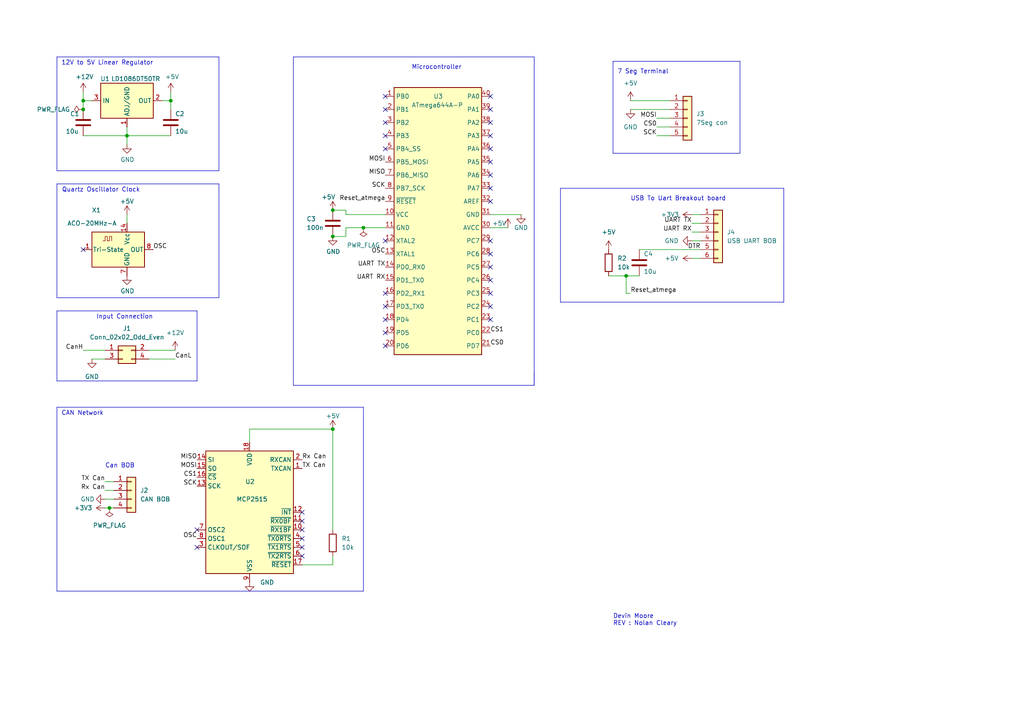
<source format=kicad_sch>
(kicad_sch (version 20230121) (generator eeschema)

  (uuid b8f9e2cf-ebea-4400-92b3-719ab851e1d7)

  (paper "A4")

  (lib_symbols
    (symbol "Connector_Generic:Conn_01x04" (pin_names (offset 1.016) hide) (in_bom yes) (on_board yes)
      (property "Reference" "J" (at 0 5.08 0)
        (effects (font (size 1.27 1.27)))
      )
      (property "Value" "Conn_01x04" (at 0 -7.62 0)
        (effects (font (size 1.27 1.27)))
      )
      (property "Footprint" "" (at 0 0 0)
        (effects (font (size 1.27 1.27)) hide)
      )
      (property "Datasheet" "~" (at 0 0 0)
        (effects (font (size 1.27 1.27)) hide)
      )
      (property "ki_keywords" "connector" (at 0 0 0)
        (effects (font (size 1.27 1.27)) hide)
      )
      (property "ki_description" "Generic connector, single row, 01x04, script generated (kicad-library-utils/schlib/autogen/connector/)" (at 0 0 0)
        (effects (font (size 1.27 1.27)) hide)
      )
      (property "ki_fp_filters" "Connector*:*_1x??_*" (at 0 0 0)
        (effects (font (size 1.27 1.27)) hide)
      )
      (symbol "Conn_01x04_1_1"
        (rectangle (start -1.27 -4.953) (end 0 -5.207)
          (stroke (width 0.1524) (type default))
          (fill (type none))
        )
        (rectangle (start -1.27 -2.413) (end 0 -2.667)
          (stroke (width 0.1524) (type default))
          (fill (type none))
        )
        (rectangle (start -1.27 0.127) (end 0 -0.127)
          (stroke (width 0.1524) (type default))
          (fill (type none))
        )
        (rectangle (start -1.27 2.667) (end 0 2.413)
          (stroke (width 0.1524) (type default))
          (fill (type none))
        )
        (rectangle (start -1.27 3.81) (end 1.27 -6.35)
          (stroke (width 0.254) (type default))
          (fill (type background))
        )
        (pin passive line (at -5.08 2.54 0) (length 3.81)
          (name "Pin_1" (effects (font (size 1.27 1.27))))
          (number "1" (effects (font (size 1.27 1.27))))
        )
        (pin passive line (at -5.08 0 0) (length 3.81)
          (name "Pin_2" (effects (font (size 1.27 1.27))))
          (number "2" (effects (font (size 1.27 1.27))))
        )
        (pin passive line (at -5.08 -2.54 0) (length 3.81)
          (name "Pin_3" (effects (font (size 1.27 1.27))))
          (number "3" (effects (font (size 1.27 1.27))))
        )
        (pin passive line (at -5.08 -5.08 0) (length 3.81)
          (name "Pin_4" (effects (font (size 1.27 1.27))))
          (number "4" (effects (font (size 1.27 1.27))))
        )
      )
    )
    (symbol "Connector_Generic:Conn_01x05" (pin_names (offset 1.016) hide) (in_bom yes) (on_board yes)
      (property "Reference" "J" (at 0 7.62 0)
        (effects (font (size 1.27 1.27)))
      )
      (property "Value" "Conn_01x05" (at 0 -7.62 0)
        (effects (font (size 1.27 1.27)))
      )
      (property "Footprint" "" (at 0 0 0)
        (effects (font (size 1.27 1.27)) hide)
      )
      (property "Datasheet" "~" (at 0 0 0)
        (effects (font (size 1.27 1.27)) hide)
      )
      (property "ki_keywords" "connector" (at 0 0 0)
        (effects (font (size 1.27 1.27)) hide)
      )
      (property "ki_description" "Generic connector, single row, 01x05, script generated (kicad-library-utils/schlib/autogen/connector/)" (at 0 0 0)
        (effects (font (size 1.27 1.27)) hide)
      )
      (property "ki_fp_filters" "Connector*:*_1x??_*" (at 0 0 0)
        (effects (font (size 1.27 1.27)) hide)
      )
      (symbol "Conn_01x05_1_1"
        (rectangle (start -1.27 -4.953) (end 0 -5.207)
          (stroke (width 0.1524) (type default))
          (fill (type none))
        )
        (rectangle (start -1.27 -2.413) (end 0 -2.667)
          (stroke (width 0.1524) (type default))
          (fill (type none))
        )
        (rectangle (start -1.27 0.127) (end 0 -0.127)
          (stroke (width 0.1524) (type default))
          (fill (type none))
        )
        (rectangle (start -1.27 2.667) (end 0 2.413)
          (stroke (width 0.1524) (type default))
          (fill (type none))
        )
        (rectangle (start -1.27 5.207) (end 0 4.953)
          (stroke (width 0.1524) (type default))
          (fill (type none))
        )
        (rectangle (start -1.27 6.35) (end 1.27 -6.35)
          (stroke (width 0.254) (type default))
          (fill (type background))
        )
        (pin passive line (at -5.08 5.08 0) (length 3.81)
          (name "Pin_1" (effects (font (size 1.27 1.27))))
          (number "1" (effects (font (size 1.27 1.27))))
        )
        (pin passive line (at -5.08 2.54 0) (length 3.81)
          (name "Pin_2" (effects (font (size 1.27 1.27))))
          (number "2" (effects (font (size 1.27 1.27))))
        )
        (pin passive line (at -5.08 0 0) (length 3.81)
          (name "Pin_3" (effects (font (size 1.27 1.27))))
          (number "3" (effects (font (size 1.27 1.27))))
        )
        (pin passive line (at -5.08 -2.54 0) (length 3.81)
          (name "Pin_4" (effects (font (size 1.27 1.27))))
          (number "4" (effects (font (size 1.27 1.27))))
        )
        (pin passive line (at -5.08 -5.08 0) (length 3.81)
          (name "Pin_5" (effects (font (size 1.27 1.27))))
          (number "5" (effects (font (size 1.27 1.27))))
        )
      )
    )
    (symbol "Connector_Generic:Conn_01x06" (pin_names (offset 1.016) hide) (in_bom yes) (on_board yes)
      (property "Reference" "J" (at 0 7.62 0)
        (effects (font (size 1.27 1.27)))
      )
      (property "Value" "Conn_01x06" (at 0 -10.16 0)
        (effects (font (size 1.27 1.27)))
      )
      (property "Footprint" "" (at 0 0 0)
        (effects (font (size 1.27 1.27)) hide)
      )
      (property "Datasheet" "~" (at 0 0 0)
        (effects (font (size 1.27 1.27)) hide)
      )
      (property "ki_keywords" "connector" (at 0 0 0)
        (effects (font (size 1.27 1.27)) hide)
      )
      (property "ki_description" "Generic connector, single row, 01x06, script generated (kicad-library-utils/schlib/autogen/connector/)" (at 0 0 0)
        (effects (font (size 1.27 1.27)) hide)
      )
      (property "ki_fp_filters" "Connector*:*_1x??_*" (at 0 0 0)
        (effects (font (size 1.27 1.27)) hide)
      )
      (symbol "Conn_01x06_1_1"
        (rectangle (start -1.27 -7.493) (end 0 -7.747)
          (stroke (width 0.1524) (type default))
          (fill (type none))
        )
        (rectangle (start -1.27 -4.953) (end 0 -5.207)
          (stroke (width 0.1524) (type default))
          (fill (type none))
        )
        (rectangle (start -1.27 -2.413) (end 0 -2.667)
          (stroke (width 0.1524) (type default))
          (fill (type none))
        )
        (rectangle (start -1.27 0.127) (end 0 -0.127)
          (stroke (width 0.1524) (type default))
          (fill (type none))
        )
        (rectangle (start -1.27 2.667) (end 0 2.413)
          (stroke (width 0.1524) (type default))
          (fill (type none))
        )
        (rectangle (start -1.27 5.207) (end 0 4.953)
          (stroke (width 0.1524) (type default))
          (fill (type none))
        )
        (rectangle (start -1.27 6.35) (end 1.27 -8.89)
          (stroke (width 0.254) (type default))
          (fill (type background))
        )
        (pin passive line (at -5.08 5.08 0) (length 3.81)
          (name "Pin_1" (effects (font (size 1.27 1.27))))
          (number "1" (effects (font (size 1.27 1.27))))
        )
        (pin passive line (at -5.08 2.54 0) (length 3.81)
          (name "Pin_2" (effects (font (size 1.27 1.27))))
          (number "2" (effects (font (size 1.27 1.27))))
        )
        (pin passive line (at -5.08 0 0) (length 3.81)
          (name "Pin_3" (effects (font (size 1.27 1.27))))
          (number "3" (effects (font (size 1.27 1.27))))
        )
        (pin passive line (at -5.08 -2.54 0) (length 3.81)
          (name "Pin_4" (effects (font (size 1.27 1.27))))
          (number "4" (effects (font (size 1.27 1.27))))
        )
        (pin passive line (at -5.08 -5.08 0) (length 3.81)
          (name "Pin_5" (effects (font (size 1.27 1.27))))
          (number "5" (effects (font (size 1.27 1.27))))
        )
        (pin passive line (at -5.08 -7.62 0) (length 3.81)
          (name "Pin_6" (effects (font (size 1.27 1.27))))
          (number "6" (effects (font (size 1.27 1.27))))
        )
      )
    )
    (symbol "Connector_Generic:Conn_02x02_Odd_Even" (pin_names (offset 1.016) hide) (in_bom yes) (on_board yes)
      (property "Reference" "J" (at 1.27 2.54 0)
        (effects (font (size 1.27 1.27)))
      )
      (property "Value" "Conn_02x02_Odd_Even" (at 1.27 -5.08 0)
        (effects (font (size 1.27 1.27)))
      )
      (property "Footprint" "" (at 0 0 0)
        (effects (font (size 1.27 1.27)) hide)
      )
      (property "Datasheet" "~" (at 0 0 0)
        (effects (font (size 1.27 1.27)) hide)
      )
      (property "ki_keywords" "connector" (at 0 0 0)
        (effects (font (size 1.27 1.27)) hide)
      )
      (property "ki_description" "Generic connector, double row, 02x02, odd/even pin numbering scheme (row 1 odd numbers, row 2 even numbers), script generated (kicad-library-utils/schlib/autogen/connector/)" (at 0 0 0)
        (effects (font (size 1.27 1.27)) hide)
      )
      (property "ki_fp_filters" "Connector*:*_2x??_*" (at 0 0 0)
        (effects (font (size 1.27 1.27)) hide)
      )
      (symbol "Conn_02x02_Odd_Even_1_1"
        (rectangle (start -1.27 -2.413) (end 0 -2.667)
          (stroke (width 0.1524) (type default))
          (fill (type none))
        )
        (rectangle (start -1.27 0.127) (end 0 -0.127)
          (stroke (width 0.1524) (type default))
          (fill (type none))
        )
        (rectangle (start -1.27 1.27) (end 3.81 -3.81)
          (stroke (width 0.254) (type default))
          (fill (type background))
        )
        (rectangle (start 3.81 -2.413) (end 2.54 -2.667)
          (stroke (width 0.1524) (type default))
          (fill (type none))
        )
        (rectangle (start 3.81 0.127) (end 2.54 -0.127)
          (stroke (width 0.1524) (type default))
          (fill (type none))
        )
        (pin passive line (at -5.08 0 0) (length 3.81)
          (name "Pin_1" (effects (font (size 1.27 1.27))))
          (number "1" (effects (font (size 1.27 1.27))))
        )
        (pin passive line (at 7.62 0 180) (length 3.81)
          (name "Pin_2" (effects (font (size 1.27 1.27))))
          (number "2" (effects (font (size 1.27 1.27))))
        )
        (pin passive line (at -5.08 -2.54 0) (length 3.81)
          (name "Pin_3" (effects (font (size 1.27 1.27))))
          (number "3" (effects (font (size 1.27 1.27))))
        )
        (pin passive line (at 7.62 -2.54 180) (length 3.81)
          (name "Pin_4" (effects (font (size 1.27 1.27))))
          (number "4" (effects (font (size 1.27 1.27))))
        )
      )
    )
    (symbol "Device:C" (pin_numbers hide) (pin_names (offset 0.254)) (in_bom yes) (on_board yes)
      (property "Reference" "C" (at 0.635 2.54 0)
        (effects (font (size 1.27 1.27)) (justify left))
      )
      (property "Value" "C" (at 0.635 -2.54 0)
        (effects (font (size 1.27 1.27)) (justify left))
      )
      (property "Footprint" "" (at 0.9652 -3.81 0)
        (effects (font (size 1.27 1.27)) hide)
      )
      (property "Datasheet" "~" (at 0 0 0)
        (effects (font (size 1.27 1.27)) hide)
      )
      (property "ki_keywords" "cap capacitor" (at 0 0 0)
        (effects (font (size 1.27 1.27)) hide)
      )
      (property "ki_description" "Unpolarized capacitor" (at 0 0 0)
        (effects (font (size 1.27 1.27)) hide)
      )
      (property "ki_fp_filters" "C_*" (at 0 0 0)
        (effects (font (size 1.27 1.27)) hide)
      )
      (symbol "C_0_1"
        (polyline
          (pts
            (xy -2.032 -0.762)
            (xy 2.032 -0.762)
          )
          (stroke (width 0.508) (type default))
          (fill (type none))
        )
        (polyline
          (pts
            (xy -2.032 0.762)
            (xy 2.032 0.762)
          )
          (stroke (width 0.508) (type default))
          (fill (type none))
        )
      )
      (symbol "C_1_1"
        (pin passive line (at 0 3.81 270) (length 2.794)
          (name "~" (effects (font (size 1.27 1.27))))
          (number "1" (effects (font (size 1.27 1.27))))
        )
        (pin passive line (at 0 -3.81 90) (length 2.794)
          (name "~" (effects (font (size 1.27 1.27))))
          (number "2" (effects (font (size 1.27 1.27))))
        )
      )
    )
    (symbol "Device:R" (pin_numbers hide) (pin_names (offset 0)) (in_bom yes) (on_board yes)
      (property "Reference" "R" (at 2.032 0 90)
        (effects (font (size 1.27 1.27)))
      )
      (property "Value" "R" (at 0 0 90)
        (effects (font (size 1.27 1.27)))
      )
      (property "Footprint" "" (at -1.778 0 90)
        (effects (font (size 1.27 1.27)) hide)
      )
      (property "Datasheet" "~" (at 0 0 0)
        (effects (font (size 1.27 1.27)) hide)
      )
      (property "ki_keywords" "R res resistor" (at 0 0 0)
        (effects (font (size 1.27 1.27)) hide)
      )
      (property "ki_description" "Resistor" (at 0 0 0)
        (effects (font (size 1.27 1.27)) hide)
      )
      (property "ki_fp_filters" "R_*" (at 0 0 0)
        (effects (font (size 1.27 1.27)) hide)
      )
      (symbol "R_0_1"
        (rectangle (start -1.016 -2.54) (end 1.016 2.54)
          (stroke (width 0.254) (type default))
          (fill (type none))
        )
      )
      (symbol "R_1_1"
        (pin passive line (at 0 3.81 270) (length 1.27)
          (name "~" (effects (font (size 1.27 1.27))))
          (number "1" (effects (font (size 1.27 1.27))))
        )
        (pin passive line (at 0 -3.81 90) (length 1.27)
          (name "~" (effects (font (size 1.27 1.27))))
          (number "2" (effects (font (size 1.27 1.27))))
        )
      )
    )
    (symbol "Interface_CAN_LIN:MCP2515-xSO" (in_bom yes) (on_board yes)
      (property "Reference" "U" (at -10.16 19.685 0)
        (effects (font (size 1.27 1.27)) (justify right))
      )
      (property "Value" "MCP2515-xSO" (at 19.05 20.32 0)
        (effects (font (size 1.27 1.27)) (justify right top))
      )
      (property "Footprint" "Package_SO:SOIC-18W_7.5x11.6mm_P1.27mm" (at 0 -22.86 0)
        (effects (font (size 1.27 1.27) italic) hide)
      )
      (property "Datasheet" "http://ww1.microchip.com/downloads/en/DeviceDoc/21801e.pdf" (at 2.54 -20.32 0)
        (effects (font (size 1.27 1.27)) hide)
      )
      (property "ki_keywords" "CAN Controller SPI" (at 0 0 0)
        (effects (font (size 1.27 1.27)) hide)
      )
      (property "ki_description" "Stand-Alone CAN Controller with SPI Interface, SOIC-18" (at 0 0 0)
        (effects (font (size 1.27 1.27)) hide)
      )
      (property "ki_fp_filters" "SOIC*7.5x11.6mm*P1.27mm*" (at 0 0 0)
        (effects (font (size 1.27 1.27)) hide)
      )
      (symbol "MCP2515-xSO_0_1"
        (rectangle (start -12.7 17.78) (end 12.7 -17.78)
          (stroke (width 0.254) (type default))
          (fill (type background))
        )
      )
      (symbol "MCP2515-xSO_1_1"
        (pin output line (at 15.24 12.7 180) (length 2.54)
          (name "TXCAN" (effects (font (size 1.27 1.27))))
          (number "1" (effects (font (size 1.27 1.27))))
        )
        (pin output line (at 15.24 -5.08 180) (length 2.54)
          (name "~{RX1BF}" (effects (font (size 1.27 1.27))))
          (number "10" (effects (font (size 1.27 1.27))))
        )
        (pin output line (at 15.24 -2.54 180) (length 2.54)
          (name "~{RX0BF}" (effects (font (size 1.27 1.27))))
          (number "11" (effects (font (size 1.27 1.27))))
        )
        (pin output line (at 15.24 0 180) (length 2.54)
          (name "~{INT}" (effects (font (size 1.27 1.27))))
          (number "12" (effects (font (size 1.27 1.27))))
        )
        (pin input line (at -15.24 7.62 0) (length 2.54)
          (name "SCK" (effects (font (size 1.27 1.27))))
          (number "13" (effects (font (size 1.27 1.27))))
        )
        (pin input line (at -15.24 15.24 0) (length 2.54)
          (name "SI" (effects (font (size 1.27 1.27))))
          (number "14" (effects (font (size 1.27 1.27))))
        )
        (pin output line (at -15.24 12.7 0) (length 2.54)
          (name "SO" (effects (font (size 1.27 1.27))))
          (number "15" (effects (font (size 1.27 1.27))))
        )
        (pin input line (at -15.24 10.16 0) (length 2.54)
          (name "~{CS}" (effects (font (size 1.27 1.27))))
          (number "16" (effects (font (size 1.27 1.27))))
        )
        (pin input line (at 15.24 -15.24 180) (length 2.54)
          (name "~{RESET}" (effects (font (size 1.27 1.27))))
          (number "17" (effects (font (size 1.27 1.27))))
        )
        (pin power_in line (at 0 20.32 270) (length 2.54)
          (name "VDD" (effects (font (size 1.27 1.27))))
          (number "18" (effects (font (size 1.27 1.27))))
        )
        (pin input line (at 15.24 15.24 180) (length 2.54)
          (name "RXCAN" (effects (font (size 1.27 1.27))))
          (number "2" (effects (font (size 1.27 1.27))))
        )
        (pin output line (at -15.24 -10.16 0) (length 2.54)
          (name "CLKOUT/SOF" (effects (font (size 1.27 1.27))))
          (number "3" (effects (font (size 1.27 1.27))))
        )
        (pin input line (at 15.24 -7.62 180) (length 2.54)
          (name "~{TX0RTS}" (effects (font (size 1.27 1.27))))
          (number "4" (effects (font (size 1.27 1.27))))
        )
        (pin input line (at 15.24 -10.16 180) (length 2.54)
          (name "~{TX1RTS}" (effects (font (size 1.27 1.27))))
          (number "5" (effects (font (size 1.27 1.27))))
        )
        (pin input line (at 15.24 -12.7 180) (length 2.54)
          (name "~{TX2RTS}" (effects (font (size 1.27 1.27))))
          (number "6" (effects (font (size 1.27 1.27))))
        )
        (pin output line (at -15.24 -5.08 0) (length 2.54)
          (name "OSC2" (effects (font (size 1.27 1.27))))
          (number "7" (effects (font (size 1.27 1.27))))
        )
        (pin input line (at -15.24 -7.62 0) (length 2.54)
          (name "OSC1" (effects (font (size 1.27 1.27))))
          (number "8" (effects (font (size 1.27 1.27))))
        )
        (pin power_in line (at 0 -20.32 90) (length 2.54)
          (name "VSS" (effects (font (size 1.27 1.27))))
          (number "9" (effects (font (size 1.27 1.27))))
        )
      )
    )
    (symbol "MCU_Microchip_ATmega:ATmega644A-P" (in_bom yes) (on_board yes)
      (property "Reference" "U3" (at -1.27 45.72 0)
        (effects (font (size 1.27 1.27)) (justify left))
      )
      (property "Value" "ATmega644A-P" (at -7.62 43.18 0)
        (effects (font (size 1.27 1.27)) (justify left))
      )
      (property "Footprint" "Package_DIP:DIP-40_W15.24mm" (at 49.53 -21.59 0)
        (effects (font (size 1.27 1.27) italic) hide)
      )
      (property "Datasheet" "http://ww1.microchip.com/downloads/en/DeviceDoc/Atmel-8272-8-bit-AVR-microcontroller-ATmega164A_PA-324A_PA-644A_PA-1284_P_datasheet.pdf" (at 110.49 -24.13 0)
        (effects (font (size 1.27 1.27)) hide)
      )
      (property "ki_keywords" "AVR 8bit Microcontroller MegaAVR" (at 0 0 0)
        (effects (font (size 1.27 1.27)) hide)
      )
      (property "ki_description" "20MHz, 64kB Flash, 4kB SRAM, 2kB EEPROM, JTAG, DIP-40" (at 0 0 0)
        (effects (font (size 1.27 1.27)) hide)
      )
      (property "ki_fp_filters" "DIP*W15.24mm*" (at 0 0 0)
        (effects (font (size 1.27 1.27)) hide)
      )
      (symbol "ATmega644A-P_0_1"
        (rectangle (start -12.7 48.26) (end 12.7 -29.21)
          (stroke (width 0.254) (type default))
          (fill (type background))
        )
      )
      (symbol "ATmega644A-P_1_1"
        (pin bidirectional line (at -15.24 45.72 0) (length 2.54)
          (name "PB0" (effects (font (size 1.27 1.27))))
          (number "1" (effects (font (size 1.27 1.27))))
        )
        (pin power_in line (at -15.24 11.43 0) (length 2.54)
          (name "VCC" (effects (font (size 1.27 1.27))))
          (number "10" (effects (font (size 1.27 1.27))))
        )
        (pin power_in line (at -15.24 7.62 0) (length 2.54)
          (name "GND" (effects (font (size 1.27 1.27))))
          (number "11" (effects (font (size 1.27 1.27))))
        )
        (pin output line (at -15.24 3.81 0) (length 2.54)
          (name "XTAL2" (effects (font (size 1.27 1.27))))
          (number "12" (effects (font (size 1.27 1.27))))
        )
        (pin input line (at -15.24 0 0) (length 2.54)
          (name "XTAL1" (effects (font (size 1.27 1.27))))
          (number "13" (effects (font (size 1.27 1.27))))
        )
        (pin bidirectional line (at -15.24 -3.81 0) (length 2.54)
          (name "PD0_RX0" (effects (font (size 1.27 1.27))))
          (number "14" (effects (font (size 1.27 1.27))))
        )
        (pin bidirectional line (at -15.24 -7.62 0) (length 2.54)
          (name "PD1_TX0" (effects (font (size 1.27 1.27))))
          (number "15" (effects (font (size 1.27 1.27))))
        )
        (pin bidirectional line (at -15.24 -11.43 0) (length 2.54)
          (name "PD2_RX1" (effects (font (size 1.27 1.27))))
          (number "16" (effects (font (size 1.27 1.27))))
        )
        (pin bidirectional line (at -15.24 -15.24 0) (length 2.54)
          (name "PD3_TX0" (effects (font (size 1.27 1.27))))
          (number "17" (effects (font (size 1.27 1.27))))
        )
        (pin bidirectional line (at -15.24 -19.05 0) (length 2.54)
          (name "PD4" (effects (font (size 1.27 1.27))))
          (number "18" (effects (font (size 1.27 1.27))))
        )
        (pin bidirectional line (at -15.24 -22.86 0) (length 2.54)
          (name "PD5" (effects (font (size 1.27 1.27))))
          (number "19" (effects (font (size 1.27 1.27))))
        )
        (pin bidirectional line (at -15.24 41.91 0) (length 2.54)
          (name "PB1" (effects (font (size 1.27 1.27))))
          (number "2" (effects (font (size 1.27 1.27))))
        )
        (pin bidirectional line (at -15.24 -26.67 0) (length 2.54)
          (name "PD6" (effects (font (size 1.27 1.27))))
          (number "20" (effects (font (size 1.27 1.27))))
        )
        (pin bidirectional line (at 15.24 -26.67 180) (length 2.54)
          (name "PD7" (effects (font (size 1.27 1.27))))
          (number "21" (effects (font (size 1.27 1.27))))
        )
        (pin bidirectional line (at 15.24 -22.86 180) (length 2.54)
          (name "PC0" (effects (font (size 1.27 1.27))))
          (number "22" (effects (font (size 1.27 1.27))))
        )
        (pin bidirectional line (at 15.24 -19.05 180) (length 2.54)
          (name "PC1" (effects (font (size 1.27 1.27))))
          (number "23" (effects (font (size 1.27 1.27))))
        )
        (pin bidirectional line (at 15.24 -15.24 180) (length 2.54)
          (name "PC2" (effects (font (size 1.27 1.27))))
          (number "24" (effects (font (size 1.27 1.27))))
        )
        (pin bidirectional line (at 15.24 -11.43 180) (length 2.54)
          (name "PC3" (effects (font (size 1.27 1.27))))
          (number "25" (effects (font (size 1.27 1.27))))
        )
        (pin bidirectional line (at 15.24 -7.62 180) (length 2.54)
          (name "PC4" (effects (font (size 1.27 1.27))))
          (number "26" (effects (font (size 1.27 1.27))))
        )
        (pin bidirectional line (at 15.24 -3.81 180) (length 2.54)
          (name "PC5" (effects (font (size 1.27 1.27))))
          (number "27" (effects (font (size 1.27 1.27))))
        )
        (pin bidirectional line (at 15.24 0 180) (length 2.54)
          (name "PC6" (effects (font (size 1.27 1.27))))
          (number "28" (effects (font (size 1.27 1.27))))
        )
        (pin bidirectional line (at 15.24 3.81 180) (length 2.54)
          (name "PC7" (effects (font (size 1.27 1.27))))
          (number "29" (effects (font (size 1.27 1.27))))
        )
        (pin bidirectional line (at -15.24 38.1 0) (length 2.54)
          (name "PB2" (effects (font (size 1.27 1.27))))
          (number "3" (effects (font (size 1.27 1.27))))
        )
        (pin power_in line (at 15.24 7.62 180) (length 2.54)
          (name "AVCC" (effects (font (size 1.27 1.27))))
          (number "30" (effects (font (size 1.27 1.27))))
        )
        (pin power_in line (at 15.24 11.43 180) (length 2.54)
          (name "GND" (effects (font (size 1.27 1.27))))
          (number "31" (effects (font (size 1.27 1.27))))
        )
        (pin passive line (at 15.24 15.24 180) (length 2.54)
          (name "AREF" (effects (font (size 1.27 1.27))))
          (number "32" (effects (font (size 1.27 1.27))))
        )
        (pin bidirectional line (at 15.24 19.05 180) (length 2.54)
          (name "PA7" (effects (font (size 1.27 1.27))))
          (number "33" (effects (font (size 1.27 1.27))))
        )
        (pin bidirectional line (at 15.24 22.86 180) (length 2.54)
          (name "PA6" (effects (font (size 1.27 1.27))))
          (number "34" (effects (font (size 1.27 1.27))))
        )
        (pin bidirectional line (at 15.24 26.67 180) (length 2.54)
          (name "PA5" (effects (font (size 1.27 1.27))))
          (number "35" (effects (font (size 1.27 1.27))))
        )
        (pin bidirectional line (at 15.24 30.48 180) (length 2.54)
          (name "PA4" (effects (font (size 1.27 1.27))))
          (number "36" (effects (font (size 1.27 1.27))))
        )
        (pin bidirectional line (at 15.24 34.29 180) (length 2.54)
          (name "PA3" (effects (font (size 1.27 1.27))))
          (number "37" (effects (font (size 1.27 1.27))))
        )
        (pin bidirectional line (at 15.24 38.1 180) (length 2.54)
          (name "PA2" (effects (font (size 1.27 1.27))))
          (number "38" (effects (font (size 1.27 1.27))))
        )
        (pin bidirectional line (at 15.24 41.91 180) (length 2.54)
          (name "PA1" (effects (font (size 1.27 1.27))))
          (number "39" (effects (font (size 1.27 1.27))))
        )
        (pin bidirectional line (at -15.24 34.29 0) (length 2.54)
          (name "PB3" (effects (font (size 1.27 1.27))))
          (number "4" (effects (font (size 1.27 1.27))))
        )
        (pin bidirectional line (at 15.24 45.72 180) (length 2.54)
          (name "PA0" (effects (font (size 1.27 1.27))))
          (number "40" (effects (font (size 1.27 1.27))))
        )
        (pin bidirectional line (at -15.24 30.48 0) (length 2.54)
          (name "PB4_SS" (effects (font (size 1.27 1.27))))
          (number "5" (effects (font (size 1.27 1.27))))
        )
        (pin bidirectional line (at -15.24 26.67 0) (length 2.54)
          (name "PB5_MOSI" (effects (font (size 1.27 1.27))))
          (number "6" (effects (font (size 1.27 1.27))))
        )
        (pin bidirectional line (at -15.24 22.86 0) (length 2.54)
          (name "PB6_MISO" (effects (font (size 1.27 1.27))))
          (number "7" (effects (font (size 1.27 1.27))))
        )
        (pin bidirectional line (at -15.24 19.05 0) (length 2.54)
          (name "PB7_SCK" (effects (font (size 1.27 1.27))))
          (number "8" (effects (font (size 1.27 1.27))))
        )
        (pin input line (at -15.24 15.24 0) (length 2.54)
          (name "~{RESET}" (effects (font (size 1.27 1.27))))
          (number "9" (effects (font (size 1.27 1.27))))
        )
      )
    )
    (symbol "Oscillator:ACO-xxxMHz-A" (pin_names (offset 0.254)) (in_bom yes) (on_board yes)
      (property "Reference" "X" (at -5.08 6.35 0)
        (effects (font (size 1.27 1.27)) (justify left))
      )
      (property "Value" "ACO-xxxMHz-A" (at 1.27 -6.35 0)
        (effects (font (size 1.27 1.27)) (justify left))
      )
      (property "Footprint" "Oscillator:Oscillator_DIP-14" (at 11.43 -8.89 0)
        (effects (font (size 1.27 1.27)) hide)
      )
      (property "Datasheet" "http://www.conwin.com/datasheets/cx/cx030.pdf" (at -6.985 3.175 0)
        (effects (font (size 1.27 1.27)) hide)
      )
      (property "ki_keywords" "Crystal Clock Oscillator" (at 0 0 0)
        (effects (font (size 1.27 1.27)) hide)
      )
      (property "ki_description" "HCMOS Crystal Clock Oscillator, DIP14-style metal package" (at 0 0 0)
        (effects (font (size 1.27 1.27)) hide)
      )
      (property "ki_fp_filters" "Oscillator*DIP*14*" (at 0 0 0)
        (effects (font (size 1.27 1.27)) hide)
      )
      (symbol "ACO-xxxMHz-A_0_1"
        (rectangle (start -10.16 5.08) (end 5.08 -5.08)
          (stroke (width 0.254) (type default))
          (fill (type background))
        )
        (polyline
          (pts
            (xy -6.985 2.54)
            (xy -6.35 2.54)
            (xy -6.35 3.81)
            (xy -5.715 3.81)
            (xy -5.715 2.54)
            (xy -5.08 2.54)
            (xy -5.08 3.81)
            (xy -4.445 3.81)
            (xy -4.445 2.54)
          )
          (stroke (width 0) (type default))
          (fill (type none))
        )
      )
      (symbol "ACO-xxxMHz-A_1_1"
        (pin input line (at -12.7 0 0) (length 2.54)
          (name "Tri-State" (effects (font (size 1.27 1.27))))
          (number "1" (effects (font (size 1.27 1.27))))
        )
        (pin power_in line (at 0 7.62 270) (length 2.54)
          (name "Vcc" (effects (font (size 1.27 1.27))))
          (number "14" (effects (font (size 1.27 1.27))))
        )
        (pin power_in line (at 0 -7.62 90) (length 2.54)
          (name "GND" (effects (font (size 1.27 1.27))))
          (number "7" (effects (font (size 1.27 1.27))))
        )
        (pin output line (at 7.62 0 180) (length 2.54)
          (name "OUT" (effects (font (size 1.27 1.27))))
          (number "8" (effects (font (size 1.27 1.27))))
        )
      )
    )
    (symbol "Regulator_Linear:LD1086DT50TR" (in_bom yes) (on_board yes)
      (property "Reference" "U" (at 0 10.16 0)
        (effects (font (size 1.27 1.27)))
      )
      (property "Value" "LD1086DT50TR" (at 0 7.62 0)
        (effects (font (size 1.27 1.27)))
      )
      (property "Footprint" "Package_TO_SOT_SMD:TO-252-2" (at 0 12.7 0)
        (effects (font (size 1.27 1.27)) hide)
      )
      (property "Datasheet" "https://www.st.com/resource/en/datasheet/ld1086.pdf" (at 0 12.7 0)
        (effects (font (size 1.27 1.27)) hide)
      )
      (property "ki_keywords" "Linear Regulator 1.5A Fixed Output" (at 0 0 0)
        (effects (font (size 1.27 1.27)) hide)
      )
      (property "ki_description" "Positive, 1.5A 30V, Linear Regulator, Fixed Output 5V, TO-252" (at 0 0 0)
        (effects (font (size 1.27 1.27)) hide)
      )
      (property "ki_fp_filters" "TO?252?2*" (at 0 0 0)
        (effects (font (size 1.27 1.27)) hide)
      )
      (symbol "LD1086DT50TR_1_1"
        (rectangle (start -7.62 -5.08) (end 7.62 5.08)
          (stroke (width 0.254) (type default))
          (fill (type background))
        )
        (pin input line (at 0 -7.62 90) (length 2.54)
          (name "ADJ/GND" (effects (font (size 1.27 1.27))))
          (number "1" (effects (font (size 1.27 1.27))))
        )
        (pin power_out line (at 10.16 0 180) (length 2.54)
          (name "OUT" (effects (font (size 1.27 1.27))))
          (number "2" (effects (font (size 1.27 1.27))))
        )
        (pin power_in line (at -10.16 0 0) (length 2.54)
          (name "IN" (effects (font (size 1.27 1.27))))
          (number "3" (effects (font (size 1.27 1.27))))
        )
      )
    )
    (symbol "power:+12V" (power) (pin_names (offset 0)) (in_bom yes) (on_board yes)
      (property "Reference" "#PWR" (at 0 -3.81 0)
        (effects (font (size 1.27 1.27)) hide)
      )
      (property "Value" "+12V" (at 0 3.556 0)
        (effects (font (size 1.27 1.27)))
      )
      (property "Footprint" "" (at 0 0 0)
        (effects (font (size 1.27 1.27)) hide)
      )
      (property "Datasheet" "" (at 0 0 0)
        (effects (font (size 1.27 1.27)) hide)
      )
      (property "ki_keywords" "power-flag" (at 0 0 0)
        (effects (font (size 1.27 1.27)) hide)
      )
      (property "ki_description" "Power symbol creates a global label with name \"+12V\"" (at 0 0 0)
        (effects (font (size 1.27 1.27)) hide)
      )
      (symbol "+12V_0_1"
        (polyline
          (pts
            (xy -0.762 1.27)
            (xy 0 2.54)
          )
          (stroke (width 0) (type default))
          (fill (type none))
        )
        (polyline
          (pts
            (xy 0 0)
            (xy 0 2.54)
          )
          (stroke (width 0) (type default))
          (fill (type none))
        )
        (polyline
          (pts
            (xy 0 2.54)
            (xy 0.762 1.27)
          )
          (stroke (width 0) (type default))
          (fill (type none))
        )
      )
      (symbol "+12V_1_1"
        (pin power_in line (at 0 0 90) (length 0) hide
          (name "+12V" (effects (font (size 1.27 1.27))))
          (number "1" (effects (font (size 1.27 1.27))))
        )
      )
    )
    (symbol "power:+3.3V" (power) (pin_names (offset 0)) (in_bom yes) (on_board yes)
      (property "Reference" "#PWR" (at 0 -3.81 0)
        (effects (font (size 1.27 1.27)) hide)
      )
      (property "Value" "+3.3V" (at 0 3.556 0)
        (effects (font (size 1.27 1.27)))
      )
      (property "Footprint" "" (at 0 0 0)
        (effects (font (size 1.27 1.27)) hide)
      )
      (property "Datasheet" "" (at 0 0 0)
        (effects (font (size 1.27 1.27)) hide)
      )
      (property "ki_keywords" "power-flag" (at 0 0 0)
        (effects (font (size 1.27 1.27)) hide)
      )
      (property "ki_description" "Power symbol creates a global label with name \"+3.3V\"" (at 0 0 0)
        (effects (font (size 1.27 1.27)) hide)
      )
      (symbol "+3.3V_0_1"
        (polyline
          (pts
            (xy -0.762 1.27)
            (xy 0 2.54)
          )
          (stroke (width 0) (type default))
          (fill (type none))
        )
        (polyline
          (pts
            (xy 0 0)
            (xy 0 2.54)
          )
          (stroke (width 0) (type default))
          (fill (type none))
        )
        (polyline
          (pts
            (xy 0 2.54)
            (xy 0.762 1.27)
          )
          (stroke (width 0) (type default))
          (fill (type none))
        )
      )
      (symbol "+3.3V_1_1"
        (pin power_in line (at 0 0 90) (length 0) hide
          (name "+3V3" (effects (font (size 1.27 1.27))))
          (number "1" (effects (font (size 1.27 1.27))))
        )
      )
    )
    (symbol "power:+5V" (power) (pin_names (offset 0)) (in_bom yes) (on_board yes)
      (property "Reference" "#PWR" (at 0 -3.81 0)
        (effects (font (size 1.27 1.27)) hide)
      )
      (property "Value" "+5V" (at 0 3.556 0)
        (effects (font (size 1.27 1.27)))
      )
      (property "Footprint" "" (at 0 0 0)
        (effects (font (size 1.27 1.27)) hide)
      )
      (property "Datasheet" "" (at 0 0 0)
        (effects (font (size 1.27 1.27)) hide)
      )
      (property "ki_keywords" "power-flag" (at 0 0 0)
        (effects (font (size 1.27 1.27)) hide)
      )
      (property "ki_description" "Power symbol creates a global label with name \"+5V\"" (at 0 0 0)
        (effects (font (size 1.27 1.27)) hide)
      )
      (symbol "+5V_0_1"
        (polyline
          (pts
            (xy -0.762 1.27)
            (xy 0 2.54)
          )
          (stroke (width 0) (type default))
          (fill (type none))
        )
        (polyline
          (pts
            (xy 0 0)
            (xy 0 2.54)
          )
          (stroke (width 0) (type default))
          (fill (type none))
        )
        (polyline
          (pts
            (xy 0 2.54)
            (xy 0.762 1.27)
          )
          (stroke (width 0) (type default))
          (fill (type none))
        )
      )
      (symbol "+5V_1_1"
        (pin power_in line (at 0 0 90) (length 0) hide
          (name "+5V" (effects (font (size 1.27 1.27))))
          (number "1" (effects (font (size 1.27 1.27))))
        )
      )
    )
    (symbol "power:GND" (power) (pin_names (offset 0)) (in_bom yes) (on_board yes)
      (property "Reference" "#PWR" (at 0 -6.35 0)
        (effects (font (size 1.27 1.27)) hide)
      )
      (property "Value" "GND" (at 0 -3.81 0)
        (effects (font (size 1.27 1.27)))
      )
      (property "Footprint" "" (at 0 0 0)
        (effects (font (size 1.27 1.27)) hide)
      )
      (property "Datasheet" "" (at 0 0 0)
        (effects (font (size 1.27 1.27)) hide)
      )
      (property "ki_keywords" "power-flag" (at 0 0 0)
        (effects (font (size 1.27 1.27)) hide)
      )
      (property "ki_description" "Power symbol creates a global label with name \"GND\" , ground" (at 0 0 0)
        (effects (font (size 1.27 1.27)) hide)
      )
      (symbol "GND_0_1"
        (polyline
          (pts
            (xy 0 0)
            (xy 0 -1.27)
            (xy 1.27 -1.27)
            (xy 0 -2.54)
            (xy -1.27 -1.27)
            (xy 0 -1.27)
          )
          (stroke (width 0) (type default))
          (fill (type none))
        )
      )
      (symbol "GND_1_1"
        (pin power_in line (at 0 0 270) (length 0) hide
          (name "GND" (effects (font (size 1.27 1.27))))
          (number "1" (effects (font (size 1.27 1.27))))
        )
      )
    )
    (symbol "power:PWR_FLAG" (power) (pin_numbers hide) (pin_names (offset 0) hide) (in_bom yes) (on_board yes)
      (property "Reference" "#FLG" (at 0 1.905 0)
        (effects (font (size 1.27 1.27)) hide)
      )
      (property "Value" "PWR_FLAG" (at 0 3.81 0)
        (effects (font (size 1.27 1.27)))
      )
      (property "Footprint" "" (at 0 0 0)
        (effects (font (size 1.27 1.27)) hide)
      )
      (property "Datasheet" "~" (at 0 0 0)
        (effects (font (size 1.27 1.27)) hide)
      )
      (property "ki_keywords" "power-flag" (at 0 0 0)
        (effects (font (size 1.27 1.27)) hide)
      )
      (property "ki_description" "Special symbol for telling ERC where power comes from" (at 0 0 0)
        (effects (font (size 1.27 1.27)) hide)
      )
      (symbol "PWR_FLAG_0_0"
        (pin power_out line (at 0 0 90) (length 0)
          (name "pwr" (effects (font (size 1.27 1.27))))
          (number "1" (effects (font (size 1.27 1.27))))
        )
      )
      (symbol "PWR_FLAG_0_1"
        (polyline
          (pts
            (xy 0 0)
            (xy 0 1.27)
            (xy -1.016 1.905)
            (xy 0 2.54)
            (xy 1.016 1.905)
            (xy 0 1.27)
          )
          (stroke (width 0) (type default))
          (fill (type none))
        )
      )
    )
  )

  (junction (at 24.13 29.21) (diameter 0) (color 0 0 0 0)
    (uuid 1570fccc-afc0-4234-b3d5-3122035c9375)
  )
  (junction (at 49.53 29.21) (diameter 0) (color 0 0 0 0)
    (uuid 4d781020-89af-43ad-a42e-fee5c87a5106)
  )
  (junction (at 96.52 68.58) (diameter 0) (color 0 0 0 0)
    (uuid 5f6eabf3-edbb-4ccc-8a45-f7fd8edea8ef)
  )
  (junction (at 24.13 31.75) (diameter 0) (color 0 0 0 0)
    (uuid 73cfef7e-999e-4a5d-bc99-328d2b6391c1)
  )
  (junction (at 96.52 60.96) (diameter 0) (color 0 0 0 0)
    (uuid 833d2212-3ad2-48e5-b488-9989bcc6018b)
  )
  (junction (at 105.41 66.04) (diameter 0) (color 0 0 0 0)
    (uuid 87a9a5cf-3541-4fa4-9d30-5099922bd637)
  )
  (junction (at 31.75 147.32) (diameter 0) (color 0 0 0 0)
    (uuid 8c388b47-5cb7-430f-8914-67c79c85ff86)
  )
  (junction (at 181.61 80.01) (diameter 0) (color 0 0 0 0)
    (uuid cbc61bd5-68d9-4af3-8fad-756284f84c86)
  )
  (junction (at 96.52 124.46) (diameter 0) (color 0 0 0 0)
    (uuid dd234706-9324-4d87-91f2-38a8075aee6f)
  )
  (junction (at 36.83 39.37) (diameter 0) (color 0 0 0 0)
    (uuid fbc25129-95dc-4df6-8f2c-df846f07de1c)
  )

  (no_connect (at 142.24 39.37) (uuid 0e8b7898-06d2-47d6-ade8-d778483c24dd))
  (no_connect (at 111.76 31.75) (uuid 0f101cbc-2a14-4f1c-a799-1b0228e8fc7a))
  (no_connect (at 142.24 85.09) (uuid 14b8f0d4-4aed-49c3-9c68-a02ebfea5d5d))
  (no_connect (at 142.24 50.8) (uuid 1a579021-8968-4ff0-8bb8-d22d844edeba))
  (no_connect (at 87.63 161.29) (uuid 2c0eb933-e473-440c-aa7a-5bc15c43858d))
  (no_connect (at 142.24 46.99) (uuid 2d4448df-1054-4c5b-b5b1-a733344858ab))
  (no_connect (at 142.24 81.28) (uuid 3a51a663-3420-4ea2-9fc8-68801d33ee43))
  (no_connect (at 111.76 85.09) (uuid 40060952-b438-41c1-82a9-0d5ba622f0bd))
  (no_connect (at 111.76 88.9) (uuid 4a50a9c5-3f62-4bfa-a4e8-c9e56d3d37d4))
  (no_connect (at 142.24 43.18) (uuid 4a78fb65-3de6-45d8-aa04-a442d4e794c7))
  (no_connect (at 142.24 77.47) (uuid 4c27b30f-3ebd-4d7f-a0be-700793e30842))
  (no_connect (at 142.24 54.61) (uuid 4fc99c1d-e19e-453b-b4b3-655bc789d211))
  (no_connect (at 111.76 43.18) (uuid 62501cf2-a9f8-42b1-acc4-5fbd1f0dc414))
  (no_connect (at 111.76 39.37) (uuid 648b66ec-dd34-4d64-b07b-90763812ba69))
  (no_connect (at 142.24 27.94) (uuid 6709a28e-7824-4e43-aa5b-44ea7be8952d))
  (no_connect (at 142.24 92.71) (uuid 76ac7af6-63fc-47bf-92e1-c900400af66b))
  (no_connect (at 111.76 35.56) (uuid 818d420e-8809-41b7-8eb8-2ea58ccbd514))
  (no_connect (at 142.24 73.66) (uuid 81da8fd0-4787-4610-93a0-39bdd7a13cc3))
  (no_connect (at 57.15 158.75) (uuid 90c05722-f471-4ed1-a47e-36f561874bdf))
  (no_connect (at 142.24 58.42) (uuid 95fc1835-0d15-4170-a311-5be1eea2c55f))
  (no_connect (at 111.76 92.71) (uuid a307a54a-d531-404a-b6a2-58588032edf4))
  (no_connect (at 111.76 96.52) (uuid a869c026-d92b-468f-857c-d6fc74da9681))
  (no_connect (at 142.24 35.56) (uuid b22888d9-97c5-47c2-80ff-b419a5689d18))
  (no_connect (at 24.13 72.39) (uuid b3052840-57d9-49dd-996b-44cd1f477887))
  (no_connect (at 142.24 69.85) (uuid b7de4521-900e-487a-adcd-0f7a296de07f))
  (no_connect (at 87.63 158.75) (uuid b8fdab7b-02da-4dcd-ace7-8e56e1c2c8a4))
  (no_connect (at 111.76 69.85) (uuid bc620ad1-fb05-49f3-aec0-4b30020384f4))
  (no_connect (at 111.76 27.94) (uuid c0b3ce33-4960-4c6d-8e8f-30d85e3acbe3))
  (no_connect (at 87.63 153.67) (uuid c3a6058f-b90d-460a-9dc4-917be2643af7))
  (no_connect (at 87.63 151.13) (uuid d77d7c6d-492e-405b-ba34-44c0263d9451))
  (no_connect (at 87.63 156.21) (uuid d83462b4-ac3d-4a68-ac0b-62e659542e94))
  (no_connect (at 87.63 148.59) (uuid e1037ff2-b80b-441e-8592-b9f4c2b07401))
  (no_connect (at 142.24 88.9) (uuid e3476521-e45d-423a-865f-bd116d9c083c))
  (no_connect (at 142.24 31.75) (uuid e79699c9-e6be-42ef-a2a7-f88c8edf1612))
  (no_connect (at 57.15 153.67) (uuid f28055a7-3c9a-4e20-882d-c36b49de1738))
  (no_connect (at 111.76 100.33) (uuid fd4819f6-114f-46b6-8ebd-899e999b240e))

  (wire (pts (xy 30.48 147.32) (xy 31.75 147.32))
    (stroke (width 0) (type default))
    (uuid 0193147f-6b71-4f9e-87d0-49fded919e81)
  )
  (polyline (pts (xy 63.5 49.53) (xy 16.51 49.53))
    (stroke (width 0) (type default))
    (uuid 0779e9db-2b18-4f26-b675-ac2c998556c5)
  )

  (wire (pts (xy 43.18 101.6) (xy 50.8 101.6))
    (stroke (width 0) (type default))
    (uuid 0a96aed0-aff5-43ba-a410-2ca3e77fd32c)
  )
  (wire (pts (xy 36.83 62.23) (xy 36.83 64.77))
    (stroke (width 0) (type default))
    (uuid 0b2c8bfe-f368-42aa-b7a8-d871308fd1bb)
  )
  (wire (pts (xy 200.66 69.85) (xy 203.2 69.85))
    (stroke (width 0) (type default))
    (uuid 0c9b937e-eff2-4565-aefe-2ae8733af06f)
  )
  (wire (pts (xy 100.33 62.23) (xy 100.33 60.96))
    (stroke (width 0) (type default))
    (uuid 11c0423b-4bed-47c2-8437-1fc234e84117)
  )
  (polyline (pts (xy 16.51 53.34) (xy 16.51 86.36))
    (stroke (width 0) (type default))
    (uuid 1842bb14-1bce-4e36-9ebd-0847c40c4989)
  )

  (wire (pts (xy 111.76 62.23) (xy 100.33 62.23))
    (stroke (width 0) (type default))
    (uuid 18b3e0a4-0be6-45ef-a53e-174787fd1536)
  )
  (wire (pts (xy 100.33 68.58) (xy 100.33 66.04))
    (stroke (width 0) (type default))
    (uuid 1c54089a-edfe-4ba0-b6f1-bf0756826946)
  )
  (polyline (pts (xy 63.5 86.36) (xy 63.5 53.34))
    (stroke (width 0) (type default))
    (uuid 1d7ffa35-6402-4ae0-a0ea-c72e93d692e3)
  )
  (polyline (pts (xy 154.94 16.51) (xy 154.94 111.76))
    (stroke (width 0) (type default))
    (uuid 1ea99e34-1650-412a-b1eb-d5bb1bbf88a1)
  )

  (wire (pts (xy 49.53 39.37) (xy 36.83 39.37))
    (stroke (width 0) (type default))
    (uuid 24748c88-afbd-4781-9cfa-04f0ce9c7476)
  )
  (polyline (pts (xy 214.63 17.78) (xy 214.63 17.78))
    (stroke (width 0) (type default))
    (uuid 2a3a4250-7600-44e4-9f23-db450bb1fab3)
  )

  (wire (pts (xy 26.67 104.14) (xy 30.48 104.14))
    (stroke (width 0) (type default))
    (uuid 2be75b8c-7af1-4be9-b521-c262ddfb512d)
  )
  (polyline (pts (xy 177.8 44.45) (xy 214.63 44.45))
    (stroke (width 0) (type default))
    (uuid 2c5ad0fb-05e8-4c07-9380-32e0711563bb)
  )
  (polyline (pts (xy 16.51 110.49) (xy 57.15 110.49))
    (stroke (width 0) (type default))
    (uuid 2e4fbbdf-5eeb-4bac-be1a-e9d6011e67dd)
  )
  (polyline (pts (xy 16.51 118.11) (xy 105.41 118.11))
    (stroke (width 0) (type default))
    (uuid 35b3018f-3828-46a1-8afa-ecdfaa770386)
  )

  (wire (pts (xy 190.5 34.29) (xy 194.31 34.29))
    (stroke (width 0) (type default))
    (uuid 37ebe6c1-157a-4ab7-8b1d-add04fe31517)
  )
  (wire (pts (xy 49.53 26.67) (xy 49.53 29.21))
    (stroke (width 0) (type default))
    (uuid 3a612e31-9dbd-4872-a079-850b7bf3112b)
  )
  (wire (pts (xy 24.13 101.6) (xy 30.48 101.6))
    (stroke (width 0) (type default))
    (uuid 3a830d68-02c9-4c65-8b38-eb0c90f96c22)
  )
  (polyline (pts (xy 162.56 54.61) (xy 227.33 54.61))
    (stroke (width 0) (type default))
    (uuid 3c072905-7063-4367-81a5-8dd6236298c4)
  )
  (polyline (pts (xy 57.15 90.17) (xy 16.51 90.17))
    (stroke (width 0) (type default))
    (uuid 3cdf6a0a-aae4-4c97-8486-a476175dd946)
  )

  (wire (pts (xy 181.61 80.01) (xy 181.61 85.09))
    (stroke (width 0) (type default))
    (uuid 4078dbf0-e47b-49c1-b3b5-949d90cd7570)
  )
  (polyline (pts (xy 57.15 110.49) (xy 57.15 110.49))
    (stroke (width 0) (type default))
    (uuid 412c4c94-6041-4446-8d8f-2600c8f14c61)
  )

  (wire (pts (xy 30.48 144.78) (xy 33.02 144.78))
    (stroke (width 0) (type default))
    (uuid 4242b6f1-5e47-4fbe-b4ee-2e7123ed0162)
  )
  (polyline (pts (xy 16.51 86.36) (xy 63.5 86.36))
    (stroke (width 0) (type default))
    (uuid 4339ca4a-bc6d-40c3-9aff-12d1be686650)
  )

  (wire (pts (xy 26.67 29.21) (xy 24.13 29.21))
    (stroke (width 0) (type default))
    (uuid 46c8cfce-2ec3-4a33-8c00-0e13bb772913)
  )
  (polyline (pts (xy 85.09 111.76) (xy 154.94 111.76))
    (stroke (width 0) (type default))
    (uuid 4ab083a0-d13e-4f30-842b-e19f287b1612)
  )
  (polyline (pts (xy 154.94 111.76) (xy 154.94 107.95))
    (stroke (width 0) (type default))
    (uuid 523cd076-0a65-41fd-b480-e660f544b465)
  )
  (polyline (pts (xy 85.09 16.51) (xy 85.09 111.76))
    (stroke (width 0) (type default))
    (uuid 53b9163d-0b5e-4baa-96ea-b0f6bc9938ca)
  )

  (wire (pts (xy 200.66 64.77) (xy 203.2 64.77))
    (stroke (width 0) (type default))
    (uuid 54a505af-4450-46ec-9d81-6a75ac37e8bc)
  )
  (wire (pts (xy 36.83 39.37) (xy 36.83 41.91))
    (stroke (width 0) (type default))
    (uuid 56196853-d1e5-4176-8076-d47ab8179e75)
  )
  (wire (pts (xy 87.63 163.83) (xy 96.52 163.83))
    (stroke (width 0) (type default))
    (uuid 5829a4a7-f29c-4591-a8d0-0c792bf4c371)
  )
  (polyline (pts (xy 105.41 171.45) (xy 16.51 171.45))
    (stroke (width 0) (type default))
    (uuid 5d301e01-d616-4efa-86ae-45c86a0e01e9)
  )
  (polyline (pts (xy 85.09 16.51) (xy 154.94 16.51))
    (stroke (width 0) (type default))
    (uuid 5e90a12a-3fa6-4ce3-b3d0-aca5b18e1327)
  )
  (polyline (pts (xy 162.56 87.63) (xy 162.56 54.61))
    (stroke (width 0) (type default))
    (uuid 6581b55c-33ce-43b0-a162-97b0f6f217f3)
  )
  (polyline (pts (xy 227.33 54.61) (xy 227.33 87.63))
    (stroke (width 0) (type default))
    (uuid 673def47-e506-47e7-9528-16007ac6f880)
  )

  (wire (pts (xy 190.5 39.37) (xy 194.31 39.37))
    (stroke (width 0) (type default))
    (uuid 6c5c3eba-4fb9-4361-9c1e-d82fb79ca020)
  )
  (wire (pts (xy 190.5 36.83) (xy 194.31 36.83))
    (stroke (width 0) (type default))
    (uuid 6e4e0f56-a632-425a-806b-c8df14509dff)
  )
  (wire (pts (xy 72.39 124.46) (xy 96.52 124.46))
    (stroke (width 0) (type default))
    (uuid 6fbf6b0d-8d3e-4d38-8f3b-7e640660cba7)
  )
  (polyline (pts (xy 63.5 53.34) (xy 16.51 53.34))
    (stroke (width 0) (type default))
    (uuid 7358e3a3-926e-47be-b48e-01776aa6b8ab)
  )
  (polyline (pts (xy 214.63 17.78) (xy 214.63 44.45))
    (stroke (width 0) (type default))
    (uuid 78ae4318-c723-485c-9d19-2bf7cacd182d)
  )
  (polyline (pts (xy 214.63 17.78) (xy 177.8 17.78))
    (stroke (width 0) (type default))
    (uuid 7af85e1e-543a-4415-83ce-1e6e4311ea20)
  )

  (wire (pts (xy 36.83 36.83) (xy 36.83 39.37))
    (stroke (width 0) (type default))
    (uuid 7d02c2c2-ee54-4e7d-a16c-9359762534a3)
  )
  (wire (pts (xy 185.42 72.39) (xy 203.2 72.39))
    (stroke (width 0) (type default))
    (uuid 7eaa7d6a-0642-473a-908b-500fc2bdb6c7)
  )
  (polyline (pts (xy 16.51 90.17) (xy 16.51 110.49))
    (stroke (width 0) (type default))
    (uuid 81808590-1932-4b2e-b183-ddb08995f83e)
  )

  (wire (pts (xy 96.52 161.29) (xy 96.52 163.83))
    (stroke (width 0) (type default))
    (uuid 87eec3d0-e87c-4d36-a4bd-d94cf284ff71)
  )
  (wire (pts (xy 200.66 67.31) (xy 203.2 67.31))
    (stroke (width 0) (type default))
    (uuid 8842904c-f653-4f40-a275-7a2f8674629d)
  )
  (wire (pts (xy 200.66 74.93) (xy 203.2 74.93))
    (stroke (width 0) (type default))
    (uuid 8dbd7490-ec70-41db-9d53-99e4f31211cd)
  )
  (polyline (pts (xy 162.56 87.63) (xy 227.33 87.63))
    (stroke (width 0) (type default))
    (uuid 90c650ba-f609-4504-a9f5-62566faf0171)
  )

  (wire (pts (xy 46.99 29.21) (xy 49.53 29.21))
    (stroke (width 0) (type default))
    (uuid 9569ae77-a909-42ef-9741-654740a7c6ce)
  )
  (wire (pts (xy 49.53 31.75) (xy 49.53 29.21))
    (stroke (width 0) (type default))
    (uuid 9fae2162-5a40-4819-a3af-f67f97958419)
  )
  (wire (pts (xy 30.48 139.7) (xy 33.02 139.7))
    (stroke (width 0) (type default))
    (uuid a63a8925-6f3f-4e33-9d7e-cf3354d0c76b)
  )
  (wire (pts (xy 100.33 66.04) (xy 105.41 66.04))
    (stroke (width 0) (type default))
    (uuid aff89daa-384f-40f0-ac41-36ac7d320f30)
  )
  (wire (pts (xy 142.24 62.23) (xy 151.13 62.23))
    (stroke (width 0) (type default))
    (uuid b32f2590-cb49-4a6d-bce0-5a882a521c2a)
  )
  (polyline (pts (xy 16.51 49.53) (xy 16.51 16.51))
    (stroke (width 0) (type default))
    (uuid b54dc92a-3f8f-41dd-ae5a-58b3ba725925)
  )

  (wire (pts (xy 96.52 124.46) (xy 96.52 153.67))
    (stroke (width 0) (type default))
    (uuid bb2e4caf-10cf-474b-8368-f862a0d18c0c)
  )
  (wire (pts (xy 31.75 147.32) (xy 33.02 147.32))
    (stroke (width 0) (type default))
    (uuid bb97e7a8-490c-49b4-bda4-abf063b99bd8)
  )
  (polyline (pts (xy 16.51 118.11) (xy 16.51 171.45))
    (stroke (width 0) (type default))
    (uuid bde80f20-8240-48a6-b8f1-bcf241c5180d)
  )

  (wire (pts (xy 176.53 80.01) (xy 181.61 80.01))
    (stroke (width 0) (type default))
    (uuid c7b607a3-b641-454a-a285-e7273af3500d)
  )
  (wire (pts (xy 72.39 124.46) (xy 72.39 128.27))
    (stroke (width 0) (type default))
    (uuid c99b479f-28b3-4b0d-b358-86e740b980c8)
  )
  (polyline (pts (xy 177.8 17.78) (xy 177.8 44.45))
    (stroke (width 0) (type default))
    (uuid c9a7677b-0b9b-418e-90f5-169c3a52d6d7)
  )

  (wire (pts (xy 24.13 29.21) (xy 24.13 26.67))
    (stroke (width 0) (type default))
    (uuid cc1a3fa2-6e1f-499e-868a-59168d70cffd)
  )
  (polyline (pts (xy 63.5 16.51) (xy 16.51 16.51))
    (stroke (width 0) (type default))
    (uuid cc5ea18b-3718-4ac0-bb33-60b2b977bc23)
  )

  (wire (pts (xy 96.52 68.58) (xy 100.33 68.58))
    (stroke (width 0) (type default))
    (uuid d0ddad16-3b2d-4d04-911d-404c8bc024f2)
  )
  (wire (pts (xy 105.41 66.04) (xy 111.76 66.04))
    (stroke (width 0) (type default))
    (uuid d165a821-550b-454b-b198-a9f37b1e36e2)
  )
  (wire (pts (xy 182.88 31.75) (xy 194.31 31.75))
    (stroke (width 0) (type default))
    (uuid d2f1b719-cde0-449d-b282-320467296a6e)
  )
  (wire (pts (xy 24.13 31.75) (xy 24.13 29.21))
    (stroke (width 0) (type default))
    (uuid d7734ac5-6dcf-4894-9f75-7cd2a471d316)
  )
  (wire (pts (xy 200.66 62.23) (xy 203.2 62.23))
    (stroke (width 0) (type default))
    (uuid e9b16fa3-5838-41ef-a26b-4c0fe20a1ef4)
  )
  (wire (pts (xy 181.61 85.09) (xy 182.88 85.09))
    (stroke (width 0) (type default))
    (uuid eabefc06-e5ee-4c47-aee4-5572bd783b08)
  )
  (wire (pts (xy 181.61 80.01) (xy 185.42 80.01))
    (stroke (width 0) (type default))
    (uuid ee5b5edf-e4a7-40bf-a648-1d4a7eb4b0dd)
  )
  (wire (pts (xy 24.13 39.37) (xy 36.83 39.37))
    (stroke (width 0) (type default))
    (uuid f121339d-d2d5-4c48-8ebf-6382f26162c5)
  )
  (polyline (pts (xy 105.41 118.11) (xy 105.41 171.45))
    (stroke (width 0) (type default))
    (uuid f131ac69-04f7-4197-8264-4c5257464c27)
  )

  (wire (pts (xy 30.48 142.24) (xy 33.02 142.24))
    (stroke (width 0) (type default))
    (uuid f16dd66e-6382-455d-91a1-b6583715236d)
  )
  (wire (pts (xy 100.33 60.96) (xy 96.52 60.96))
    (stroke (width 0) (type default))
    (uuid f26d3703-2192-4696-b1fb-a1cae7b42e44)
  )
  (wire (pts (xy 147.32 66.04) (xy 142.24 66.04))
    (stroke (width 0) (type default))
    (uuid f2d03112-632f-47b6-9a67-ad8233e0cd0e)
  )
  (polyline (pts (xy 63.5 16.51) (xy 63.5 49.53))
    (stroke (width 0) (type default))
    (uuid f684e817-91e9-4050-b5a4-e559c130e7bc)
  )

  (wire (pts (xy 182.88 29.21) (xy 194.31 29.21))
    (stroke (width 0) (type default))
    (uuid f904bf4d-fb4f-4d82-8911-586b2b422448)
  )
  (wire (pts (xy 43.18 104.14) (xy 50.8 104.14))
    (stroke (width 0) (type default))
    (uuid f9e80b70-83fb-4f98-a714-f50f79e9fb7b)
  )
  (polyline (pts (xy 57.15 110.49) (xy 57.15 90.17))
    (stroke (width 0) (type default))
    (uuid fcbb33d9-6c59-4ce6-bc91-00741d2c4661)
  )

  (text "7 Seg Terminal\n" (at 179.07 21.59 0)
    (effects (font (size 1.27 1.27)) (justify left bottom))
    (uuid 12b3d7cf-5bda-4d15-b0e2-38f849dfba1d)
  )
  (text "Input Connection" (at 27.94 92.71 0)
    (effects (font (size 1.27 1.27)) (justify left bottom))
    (uuid 1c63193e-02c9-4fca-93af-4e170571d473)
  )
  (text "Microcontroller" (at 119.38 20.32 0)
    (effects (font (size 1.27 1.27)) (justify left bottom))
    (uuid 45ee54d5-5d65-4e09-8995-721ea59f8282)
  )
  (text "Devin Moore\nREV : Nolan Cleary\n" (at 177.8 181.61 0)
    (effects (font (size 1.27 1.27)) (justify left bottom))
    (uuid 58fd68e8-eb23-486e-b477-5fd6d763ef6d)
  )
  (text "Quartz Oscillator Clock\n" (at 40.64 55.88 0)
    (effects (font (size 1.27 1.27)) (justify right bottom))
    (uuid 85e4442c-1e55-4a37-b14a-812911ff7038)
  )
  (text "CAN Network" (at 17.78 120.65 0)
    (effects (font (size 1.27 1.27)) (justify left bottom))
    (uuid 8d67095e-f2be-47d9-ad1b-53dc0936c24c)
  )
  (text "12V to 5V Linear Regulator" (at 17.78 19.05 0)
    (effects (font (size 1.27 1.27)) (justify left bottom))
    (uuid ca0b9781-cc98-4657-b7de-f865a9894fc0)
  )
  (text "USB To Uart Breakout board\n" (at 182.88 58.42 0)
    (effects (font (size 1.27 1.27)) (justify left bottom))
    (uuid decd4b88-1215-41da-ab78-8a957d0319f5)
  )
  (text "Can BOB\n" (at 30.48 135.89 0)
    (effects (font (size 1.27 1.27)) (justify left bottom))
    (uuid f9ad2433-c881-43ef-bb22-8f0cf888be36)
  )

  (label "TX Can" (at 87.63 135.89 0) (fields_autoplaced)
    (effects (font (size 1.27 1.27)) (justify left bottom))
    (uuid 12594558-d38d-47ea-8eae-b23f3b72776d)
  )
  (label "UART TX" (at 200.66 64.77 180) (fields_autoplaced)
    (effects (font (size 1.27 1.27)) (justify right bottom))
    (uuid 2426ae03-ef28-4486-9a0c-9e02c9136092)
  )
  (label "Rx Can" (at 87.63 133.35 0) (fields_autoplaced)
    (effects (font (size 1.27 1.27)) (justify left bottom))
    (uuid 32abb47d-9049-45f3-8c20-51995c305ac7)
  )
  (label "OSC" (at 44.45 72.39 0) (fields_autoplaced)
    (effects (font (size 1.27 1.27)) (justify left bottom))
    (uuid 40f204f3-c9c8-4cd5-8016-0ecffd7516f2)
  )
  (label "TX Can" (at 30.48 139.7 180) (fields_autoplaced)
    (effects (font (size 1.27 1.27)) (justify right bottom))
    (uuid 452c1391-866d-48fb-a587-438cc031b29f)
  )
  (label "MISO" (at 57.15 133.35 180) (fields_autoplaced)
    (effects (font (size 1.27 1.27)) (justify right bottom))
    (uuid 6391c119-eb07-4007-ad60-fb53d1ef507c)
  )
  (label "Reset_atmega" (at 111.76 58.42 180) (fields_autoplaced)
    (effects (font (size 1.27 1.27)) (justify right bottom))
    (uuid 69b7316c-d7c6-43f3-9a58-b32988779038)
  )
  (label "CS1" (at 142.24 96.52 0) (fields_autoplaced)
    (effects (font (size 1.27 1.27)) (justify left bottom))
    (uuid 6a33c304-f26f-4826-9d06-4f457c019faf)
  )
  (label "Rx Can" (at 30.48 142.24 180) (fields_autoplaced)
    (effects (font (size 1.27 1.27)) (justify right bottom))
    (uuid 6aa6e643-c507-4707-8d1c-f422053b98a6)
  )
  (label "DTR" (at 203.2 72.39 180) (fields_autoplaced)
    (effects (font (size 1.27 1.27)) (justify right bottom))
    (uuid 77f8a580-4638-49c4-82ca-b67a0ca60765)
  )
  (label "SCK" (at 57.15 140.97 180) (fields_autoplaced)
    (effects (font (size 1.27 1.27)) (justify right bottom))
    (uuid 7deeeca3-0698-4410-a8a7-7b502b1861aa)
  )
  (label "UART RX" (at 111.76 81.28 180) (fields_autoplaced)
    (effects (font (size 1.27 1.27)) (justify right bottom))
    (uuid 7ed46066-191e-41aa-93c5-212d1b067305)
  )
  (label "Reset_atmega" (at 182.88 85.09 0) (fields_autoplaced)
    (effects (font (size 1.27 1.27)) (justify left bottom))
    (uuid 8341cc7f-e22b-4f73-bbf4-98a401f608f6)
  )
  (label "CS0" (at 142.24 100.33 0) (fields_autoplaced)
    (effects (font (size 1.27 1.27)) (justify left bottom))
    (uuid 8e5ea107-784f-4566-9950-f9c3b95c84d2)
  )
  (label "CanH" (at 24.13 101.6 180) (fields_autoplaced)
    (effects (font (size 1.27 1.27)) (justify right bottom))
    (uuid 9b5c9119-9b1e-4b81-872a-026f00d4454f)
  )
  (label "OSC" (at 111.76 73.66 180) (fields_autoplaced)
    (effects (font (size 1.27 1.27)) (justify right bottom))
    (uuid 9ccd6d65-1f9d-4d67-b9a1-bc78d0adb4c4)
  )
  (label "MISO" (at 111.76 50.8 180) (fields_autoplaced)
    (effects (font (size 1.27 1.27)) (justify right bottom))
    (uuid 9d8dd9af-e348-49e3-8241-b3345e85629e)
  )
  (label "MOSI" (at 190.5 34.29 180) (fields_autoplaced)
    (effects (font (size 1.27 1.27)) (justify right bottom))
    (uuid a5c7e01c-b361-4f4a-b293-a686f511bba9)
  )
  (label "CS0" (at 190.5 36.83 180) (fields_autoplaced)
    (effects (font (size 1.27 1.27)) (justify right bottom))
    (uuid b22814d8-2fd6-4ef2-bc73-1285597b39e9)
  )
  (label "UART RX" (at 200.66 67.31 180) (fields_autoplaced)
    (effects (font (size 1.27 1.27)) (justify right bottom))
    (uuid b8631ef9-adf7-427c-bdff-d6072f0af628)
  )
  (label "SCK" (at 190.5 39.37 180) (fields_autoplaced)
    (effects (font (size 1.27 1.27)) (justify right bottom))
    (uuid bd13856f-ad40-40bf-9b7c-e0152711fae9)
  )
  (label "CanL" (at 50.8 104.14 0) (fields_autoplaced)
    (effects (font (size 1.27 1.27)) (justify left bottom))
    (uuid c30e6db8-ed63-452c-a51d-20238373798d)
  )
  (label "SCK" (at 111.76 54.61 180) (fields_autoplaced)
    (effects (font (size 1.27 1.27)) (justify right bottom))
    (uuid d20c3083-91a2-478e-9851-ac3324b8eaf5)
  )
  (label "MOSI" (at 57.15 135.89 180) (fields_autoplaced)
    (effects (font (size 1.27 1.27)) (justify right bottom))
    (uuid e0959733-abe3-405a-80b1-3a3dc58b81a8)
  )
  (label "UART TX" (at 111.76 77.47 180) (fields_autoplaced)
    (effects (font (size 1.27 1.27)) (justify right bottom))
    (uuid e5ea57b4-faaf-44c8-9d7c-3ae97e774c9a)
  )
  (label "CS1" (at 57.15 138.43 180) (fields_autoplaced)
    (effects (font (size 1.27 1.27)) (justify right bottom))
    (uuid e73ade60-411e-4b1b-bf26-e8c3c021de84)
  )
  (label "OSC" (at 57.15 156.21 180) (fields_autoplaced)
    (effects (font (size 1.27 1.27)) (justify right bottom))
    (uuid ea73073b-55d3-468f-a90f-8c6984cc7e36)
  )
  (label "MOSI" (at 111.76 46.99 180) (fields_autoplaced)
    (effects (font (size 1.27 1.27)) (justify right bottom))
    (uuid fdf8f1e6-2b47-4b83-8351-5ee2b0acf568)
  )

  (symbol (lib_id "power:GND") (at 96.52 68.58 0) (unit 1)
    (in_bom yes) (on_board yes) (dnp no)
    (uuid 029b0b88-2d7e-416d-8b41-d4030c3ac04f)
    (property "Reference" "#PWR012" (at 96.52 74.93 0)
      (effects (font (size 1.27 1.27)) hide)
    )
    (property "Value" "GND" (at 96.647 72.9742 0)
      (effects (font (size 1.27 1.27)))
    )
    (property "Footprint" "" (at 96.52 68.58 0)
      (effects (font (size 1.27 1.27)) hide)
    )
    (property "Datasheet" "" (at 96.52 68.58 0)
      (effects (font (size 1.27 1.27)) hide)
    )
    (pin "1" (uuid 93f4c67f-9794-46f6-8091-c7fca90e699d))
    (instances
      (project "FSAE board 2"
        (path "/b8f9e2cf-ebea-4400-92b3-719ab851e1d7"
          (reference "#PWR012") (unit 1)
        )
      )
      (project "wsuWD_V3_DSM"
        (path "/f4eb0267-179f-46c9-b516-9bfb06bac1ba"
          (reference "#PWR0118") (unit 1)
        )
      )
    )
  )

  (symbol (lib_id "power:GND") (at 36.83 41.91 0) (unit 1)
    (in_bom yes) (on_board yes) (dnp no)
    (uuid 09ee842a-943f-47b1-8d0d-d20db0dd6816)
    (property "Reference" "#PWR05" (at 36.83 48.26 0)
      (effects (font (size 1.27 1.27)) hide)
    )
    (property "Value" "GND" (at 36.957 46.3042 0)
      (effects (font (size 1.27 1.27)))
    )
    (property "Footprint" "" (at 36.83 41.91 0)
      (effects (font (size 1.27 1.27)) hide)
    )
    (property "Datasheet" "" (at 36.83 41.91 0)
      (effects (font (size 1.27 1.27)) hide)
    )
    (pin "1" (uuid 7ccb88dd-cf0b-4b83-96bb-96e04ebe3712))
    (instances
      (project "FSAE board 2"
        (path "/b8f9e2cf-ebea-4400-92b3-719ab851e1d7"
          (reference "#PWR05") (unit 1)
        )
      )
      (project "wsuWD_V3_DSM"
        (path "/f4eb0267-179f-46c9-b516-9bfb06bac1ba"
          (reference "#PWR0129") (unit 1)
        )
      )
    )
  )

  (symbol (lib_id "power:+5V") (at 96.52 60.96 0) (unit 1)
    (in_bom yes) (on_board yes) (dnp no)
    (uuid 0c23e20c-502f-43a1-92d0-adfd5c2a4355)
    (property "Reference" "#PWR011" (at 96.52 64.77 0)
      (effects (font (size 1.27 1.27)) hide)
    )
    (property "Value" "+5V" (at 95.25 57.15 0)
      (effects (font (size 1.27 1.27)))
    )
    (property "Footprint" "" (at 96.52 60.96 0)
      (effects (font (size 1.27 1.27)) hide)
    )
    (property "Datasheet" "" (at 96.52 60.96 0)
      (effects (font (size 1.27 1.27)) hide)
    )
    (pin "1" (uuid 39dfa5f3-1609-49ff-baec-209c106349e0))
    (instances
      (project "FSAE board 2"
        (path "/b8f9e2cf-ebea-4400-92b3-719ab851e1d7"
          (reference "#PWR011") (unit 1)
        )
      )
      (project "wsuWD_V3_DSM"
        (path "/f4eb0267-179f-46c9-b516-9bfb06bac1ba"
          (reference "#PWR0135") (unit 1)
        )
      )
    )
  )

  (symbol (lib_id "MCU_Microchip_ATmega:ATmega644A-P") (at 127 73.66 0) (unit 1)
    (in_bom yes) (on_board yes) (dnp no)
    (uuid 17b2b9ac-227a-4992-801e-0eb2a92ece41)
    (property "Reference" "U3" (at 125.73 27.94 0)
      (effects (font (size 1.27 1.27)) (justify left))
    )
    (property "Value" "ATmega644A-P" (at 119.38 30.48 0)
      (effects (font (size 1.27 1.27)) (justify left))
    )
    (property "Footprint" "Package_DIP:DIP-40_W15.24mm" (at 176.53 95.25 0)
      (effects (font (size 1.27 1.27) italic) hide)
    )
    (property "Datasheet" "http://ww1.microchip.com/downloads/en/DeviceDoc/Atmel-8272-8-bit-AVR-microcontroller-ATmega164A_PA-324A_PA-644A_PA-1284_P_datasheet.pdf" (at 237.49 97.79 0)
      (effects (font (size 1.27 1.27)) hide)
    )
    (pin "1" (uuid e74aee0a-3e5b-41a0-97d3-24529dae86c9))
    (pin "10" (uuid 12317279-8aac-4252-929b-d6e841e4de4a))
    (pin "11" (uuid ba0026d0-0b17-4f94-9ac5-1fe10a861cdb))
    (pin "12" (uuid 03cea16d-7e86-4849-83d0-c6231c6519ac))
    (pin "13" (uuid c91d38f2-8e60-43c3-a37f-4486690923aa))
    (pin "14" (uuid 15d42898-4441-4c22-a201-a5bd1d7a59c1))
    (pin "15" (uuid 36d53dce-b5b8-4b61-8b42-76e08c7f84e8))
    (pin "16" (uuid d85ce81d-123d-4e75-b1f9-94cc28797121))
    (pin "17" (uuid 1d693ae0-9b63-4b79-b041-6fa6e576dc75))
    (pin "18" (uuid ff24aa86-7c0b-4a00-bef1-b602bc25c02e))
    (pin "19" (uuid 9ded2219-19e5-42d7-ada2-eb16de149dab))
    (pin "2" (uuid 95f4ce0b-8503-4f66-a60b-3315240a11fa))
    (pin "20" (uuid f67cc4ce-b96a-46e8-85af-e745ee6c95d5))
    (pin "21" (uuid f7519d32-5ced-4663-9fb0-9b3a91cb367e))
    (pin "22" (uuid ad41ae1d-2d34-4bc9-a6f8-a5583cc30862))
    (pin "23" (uuid a249b8df-76a3-440c-adc4-47ba97da00f9))
    (pin "24" (uuid ff2f9253-41c0-4baf-8227-9a76e7035637))
    (pin "25" (uuid 3cbce98c-8817-45d1-aeb9-a241f16ed7fd))
    (pin "26" (uuid 162e2aae-f1f4-4517-884d-aa82fc351a45))
    (pin "27" (uuid 5fc92c88-a6a6-4a1e-b740-00d2cd500654))
    (pin "28" (uuid f289688c-861c-4446-be96-1d1860e33724))
    (pin "29" (uuid d1a6585b-de2d-41c7-a31d-c90b98967243))
    (pin "3" (uuid 776fb18d-2c66-484f-b292-616d61bf7d5d))
    (pin "30" (uuid b8803b75-eaa8-4382-8899-46f242dc95d6))
    (pin "31" (uuid 0a647ea9-02d5-43bc-b756-c074d9a004b7))
    (pin "32" (uuid 0423454d-4cfd-47b3-872f-765889eca58d))
    (pin "33" (uuid 95624557-87b7-421d-a3a7-0154456cad60))
    (pin "34" (uuid afb1a7d2-619a-415c-a0fb-899be809f935))
    (pin "35" (uuid c3557dee-ce54-4f51-af63-07f520571d48))
    (pin "36" (uuid 2aee616c-ba5f-4a70-bbfe-5ed13e2c3770))
    (pin "37" (uuid 8298f6ba-b276-4001-9361-cd9d3bc651e9))
    (pin "38" (uuid 6dde9a2e-6fc4-4a58-af08-2f9c75b8d98a))
    (pin "39" (uuid 09283fa0-ea58-409f-bccb-78eea7edebe7))
    (pin "4" (uuid f91343ff-793a-4d50-b765-fe0bbc534661))
    (pin "40" (uuid 14f21028-a7dc-4976-a329-df55a6ddbbce))
    (pin "5" (uuid 32adee77-3d4e-4444-a17c-8fc589645036))
    (pin "6" (uuid ff7d154d-8163-48c1-80d6-2c37699b302e))
    (pin "7" (uuid bb383cbc-12b4-4060-8d67-5ed8d58825aa))
    (pin "8" (uuid d882bd41-9693-45c4-9cb3-0209cf3050a3))
    (pin "9" (uuid 91b33de4-ecd3-45b9-a165-241edfa18d94))
    (instances
      (project "FSAE board 2"
        (path "/b8f9e2cf-ebea-4400-92b3-719ab851e1d7"
          (reference "U3") (unit 1)
        )
      )
      (project "wsuWD_V3_DSM"
        (path "/f4eb0267-179f-46c9-b516-9bfb06bac1ba"
          (reference "U3") (unit 1)
        )
      )
    )
  )

  (symbol (lib_id "Oscillator:ACO-xxxMHz-A") (at 36.83 72.39 0) (unit 1)
    (in_bom yes) (on_board yes) (dnp no)
    (uuid 1e51b19a-17bf-472c-bee2-af2cf6be9363)
    (property "Reference" "X1" (at 27.94 60.96 0)
      (effects (font (size 1.27 1.27)))
    )
    (property "Value" "ACO-20MHz-A" (at 26.67 64.77 0)
      (effects (font (size 1.27 1.27)))
    )
    (property "Footprint" "Oscillator:Oscillator_DIP-14" (at 48.26 81.28 0)
      (effects (font (size 1.27 1.27)) hide)
    )
    (property "Datasheet" "http://www.conwin.com/datasheets/cx/cx030.pdf" (at 29.845 69.215 0)
      (effects (font (size 1.27 1.27)) hide)
    )
    (pin "1" (uuid e611fcc2-e7c4-4d51-a959-ac4bf7dfbb8c))
    (pin "14" (uuid 00e328f2-ef43-4505-87c5-c3c0e1bfacd4))
    (pin "7" (uuid 9c109cf6-6b0b-4d03-ac4f-dd073c771bac))
    (pin "8" (uuid 20637293-e411-4eb3-991f-63eea3a6a532))
    (instances
      (project "FSAE board 2"
        (path "/b8f9e2cf-ebea-4400-92b3-719ab851e1d7"
          (reference "X1") (unit 1)
        )
      )
      (project "wsuWD_V3_DSM"
        (path "/f4eb0267-179f-46c9-b516-9bfb06bac1ba"
          (reference "X1") (unit 1)
        )
      )
    )
  )

  (symbol (lib_id "power:GND") (at 72.39 168.91 0) (unit 1)
    (in_bom yes) (on_board yes) (dnp no)
    (uuid 1ea4f164-1994-420f-b50d-baa71ff05c68)
    (property "Reference" "#PWR010" (at 72.39 175.26 0)
      (effects (font (size 1.27 1.27)) hide)
    )
    (property "Value" "GND" (at 77.47 168.91 0)
      (effects (font (size 1.27 1.27)))
    )
    (property "Footprint" "" (at 72.39 168.91 0)
      (effects (font (size 1.27 1.27)) hide)
    )
    (property "Datasheet" "" (at 72.39 168.91 0)
      (effects (font (size 1.27 1.27)) hide)
    )
    (pin "1" (uuid 6f23ef99-c273-4408-9989-7f44228a90d3))
    (instances
      (project "FSAE board 2"
        (path "/b8f9e2cf-ebea-4400-92b3-719ab851e1d7"
          (reference "#PWR010") (unit 1)
        )
      )
      (project "wsuWD_V3_DSM"
        (path "/f4eb0267-179f-46c9-b516-9bfb06bac1ba"
          (reference "#PWR0107") (unit 1)
        )
      )
    )
  )

  (symbol (lib_id "Device:R") (at 96.52 157.48 0) (unit 1)
    (in_bom yes) (on_board yes) (dnp no) (fields_autoplaced)
    (uuid 1fd79d61-4204-48ef-b65c-009c855255e7)
    (property "Reference" "R1" (at 99.06 156.2099 0)
      (effects (font (size 1.27 1.27)) (justify left))
    )
    (property "Value" "10k" (at 99.06 158.7499 0)
      (effects (font (size 1.27 1.27)) (justify left))
    )
    (property "Footprint" "Resistor_THT:R_Axial_DIN0204_L3.6mm_D1.6mm_P5.08mm_Horizontal" (at 94.742 157.48 90)
      (effects (font (size 1.27 1.27)) hide)
    )
    (property "Datasheet" "~" (at 96.52 157.48 0)
      (effects (font (size 1.27 1.27)) hide)
    )
    (pin "1" (uuid 747000e9-4d44-498a-ab53-072388df8e5f))
    (pin "2" (uuid 16e0f84c-52ff-4bcf-ab89-89928df7c8ce))
    (instances
      (project "FSAE board 2"
        (path "/b8f9e2cf-ebea-4400-92b3-719ab851e1d7"
          (reference "R1") (unit 1)
        )
      )
      (project "wsuWD_V3_DSM"
        (path "/f4eb0267-179f-46c9-b516-9bfb06bac1ba"
          (reference "R2") (unit 1)
        )
      )
    )
  )

  (symbol (lib_id "power:+5V") (at 49.53 26.67 0) (unit 1)
    (in_bom yes) (on_board yes) (dnp no)
    (uuid 2d918631-cd82-40ea-ac56-197499a0a23d)
    (property "Reference" "#PWR08" (at 49.53 30.48 0)
      (effects (font (size 1.27 1.27)) hide)
    )
    (property "Value" "+5V" (at 49.911 22.2758 0)
      (effects (font (size 1.27 1.27)))
    )
    (property "Footprint" "" (at 49.53 26.67 0)
      (effects (font (size 1.27 1.27)) hide)
    )
    (property "Datasheet" "" (at 49.53 26.67 0)
      (effects (font (size 1.27 1.27)) hide)
    )
    (pin "1" (uuid 2c98bc39-3058-402b-97d9-1729fed9c306))
    (instances
      (project "FSAE board 2"
        (path "/b8f9e2cf-ebea-4400-92b3-719ab851e1d7"
          (reference "#PWR08") (unit 1)
        )
      )
      (project "wsuWD_V3_DSM"
        (path "/f4eb0267-179f-46c9-b516-9bfb06bac1ba"
          (reference "#PWR0125") (unit 1)
        )
      )
    )
  )

  (symbol (lib_id "power:+3.3V") (at 200.66 62.23 90) (unit 1)
    (in_bom yes) (on_board yes) (dnp no)
    (uuid 322ed400-8519-4ec0-8453-bcc20d656a2c)
    (property "Reference" "#PWR019" (at 204.47 62.23 0)
      (effects (font (size 1.27 1.27)) hide)
    )
    (property "Value" "+3.3V" (at 194.31 62.23 90)
      (effects (font (size 1.27 1.27)))
    )
    (property "Footprint" "" (at 200.66 62.23 0)
      (effects (font (size 1.27 1.27)) hide)
    )
    (property "Datasheet" "" (at 200.66 62.23 0)
      (effects (font (size 1.27 1.27)) hide)
    )
    (pin "1" (uuid 2e76df98-8398-4e81-8263-60436e804aaa))
    (instances
      (project "FSAE board 2"
        (path "/b8f9e2cf-ebea-4400-92b3-719ab851e1d7"
          (reference "#PWR019") (unit 1)
        )
      )
      (project "wsuWD_V3_DSM"
        (path "/f4eb0267-179f-46c9-b516-9bfb06bac1ba"
          (reference "#PWR01") (unit 1)
        )
      )
    )
  )

  (symbol (lib_id "power:+5V") (at 36.83 62.23 0) (unit 1)
    (in_bom yes) (on_board yes) (dnp no)
    (uuid 34f3a138-8136-4e10-9348-e0f633ed9043)
    (property "Reference" "#PWR06" (at 36.83 66.04 0)
      (effects (font (size 1.27 1.27)) hide)
    )
    (property "Value" "+5V" (at 36.83 58.42 0)
      (effects (font (size 1.27 1.27)))
    )
    (property "Footprint" "" (at 36.83 62.23 0)
      (effects (font (size 1.27 1.27)) hide)
    )
    (property "Datasheet" "" (at 36.83 62.23 0)
      (effects (font (size 1.27 1.27)) hide)
    )
    (pin "1" (uuid aa48854d-eae9-4e94-a180-198f28a3da2c))
    (instances
      (project "FSAE board 2"
        (path "/b8f9e2cf-ebea-4400-92b3-719ab851e1d7"
          (reference "#PWR06") (unit 1)
        )
      )
      (project "wsuWD_V3_DSM"
        (path "/f4eb0267-179f-46c9-b516-9bfb06bac1ba"
          (reference "#PWR03") (unit 1)
        )
      )
    )
  )

  (symbol (lib_id "Device:C") (at 24.13 35.56 0) (unit 1)
    (in_bom yes) (on_board yes) (dnp no)
    (uuid 44131199-2244-4d65-95e0-593397889378)
    (property "Reference" "C1" (at 20.32 33.02 0)
      (effects (font (size 1.27 1.27)) (justify left))
    )
    (property "Value" "10u" (at 19.05 38.1 0)
      (effects (font (size 1.27 1.27)) (justify left))
    )
    (property "Footprint" "Capacitor_THT:C_Disc_D3.0mm_W1.6mm_P2.50mm" (at 25.0952 39.37 0)
      (effects (font (size 1.27 1.27)) hide)
    )
    (property "Datasheet" "~" (at 24.13 35.56 0)
      (effects (font (size 1.27 1.27)) hide)
    )
    (pin "1" (uuid 9135bb59-7972-40e2-b818-08928a70ee4e))
    (pin "2" (uuid 2a52d5f7-e4d5-4725-963d-1de37e16bdc1))
    (instances
      (project "FSAE board 2"
        (path "/b8f9e2cf-ebea-4400-92b3-719ab851e1d7"
          (reference "C1") (unit 1)
        )
      )
      (project "wsuWD_V3_DSM"
        (path "/f4eb0267-179f-46c9-b516-9bfb06bac1ba"
          (reference "C2") (unit 1)
        )
      )
    )
  )

  (symbol (lib_id "Connector_Generic:Conn_02x02_Odd_Even") (at 35.56 101.6 0) (unit 1)
    (in_bom yes) (on_board yes) (dnp no) (fields_autoplaced)
    (uuid 4ffc6fc3-4f7b-4c14-830e-ce556eecffc4)
    (property "Reference" "J1" (at 36.83 95.25 0)
      (effects (font (size 1.27 1.27)))
    )
    (property "Value" "Conn_02x02_Odd_Even" (at 36.83 97.79 0)
      (effects (font (size 1.27 1.27)))
    )
    (property "Footprint" "Connector_PinSocket_2.00mm:PinSocket_2x02_P2.00mm_Vertical" (at 35.56 101.6 0)
      (effects (font (size 1.27 1.27)) hide)
    )
    (property "Datasheet" "~" (at 35.56 101.6 0)
      (effects (font (size 1.27 1.27)) hide)
    )
    (pin "1" (uuid 34acee5a-0d64-465a-9cb7-609117d964a3))
    (pin "2" (uuid 557d3f0e-5d0f-41ab-85d3-bb245c3fb138))
    (pin "3" (uuid 96efd3e2-4ffb-4144-994d-bad85a73f0ac))
    (pin "4" (uuid db569e27-b799-4461-bc32-06c0be086d91))
    (instances
      (project "FSAE board 2"
        (path "/b8f9e2cf-ebea-4400-92b3-719ab851e1d7"
          (reference "J1") (unit 1)
        )
      )
      (project "wsuWD_V3_DSM"
        (path "/f4eb0267-179f-46c9-b516-9bfb06bac1ba"
          (reference "J2") (unit 1)
        )
      )
    )
  )

  (symbol (lib_id "Device:C") (at 96.52 64.77 0) (unit 1)
    (in_bom yes) (on_board yes) (dnp no)
    (uuid 5747a97c-6b2c-4cbd-be17-91dafe9b0e49)
    (property "Reference" "C3" (at 88.9 63.5 0)
      (effects (font (size 1.27 1.27)) (justify left))
    )
    (property "Value" "100n" (at 88.9 66.04 0)
      (effects (font (size 1.27 1.27)) (justify left))
    )
    (property "Footprint" "Capacitor_THT:C_Disc_D3.0mm_W1.6mm_P2.50mm" (at 97.4852 68.58 0)
      (effects (font (size 1.27 1.27)) hide)
    )
    (property "Datasheet" "~" (at 96.52 64.77 0)
      (effects (font (size 1.27 1.27)) hide)
    )
    (pin "1" (uuid 9cf854ad-a5a3-45e6-8bf3-d2beb0181f92))
    (pin "2" (uuid 20a44796-7fc6-4c22-9a7d-8e2c7f1b4b28))
    (instances
      (project "FSAE board 2"
        (path "/b8f9e2cf-ebea-4400-92b3-719ab851e1d7"
          (reference "C3") (unit 1)
        )
      )
      (project "wsuWD_V3_DSM"
        (path "/f4eb0267-179f-46c9-b516-9bfb06bac1ba"
          (reference "C4") (unit 1)
        )
      )
    )
  )

  (symbol (lib_id "power:PWR_FLAG") (at 24.13 31.75 90) (unit 1)
    (in_bom yes) (on_board yes) (dnp no) (fields_autoplaced)
    (uuid 6d9b4dea-7ad5-41ff-9963-3c1313cbb8a5)
    (property "Reference" "#FLG01" (at 22.225 31.75 0)
      (effects (font (size 1.27 1.27)) hide)
    )
    (property "Value" "PWR_FLAG" (at 20.32 31.7499 90)
      (effects (font (size 1.27 1.27)) (justify left))
    )
    (property "Footprint" "" (at 24.13 31.75 0)
      (effects (font (size 1.27 1.27)) hide)
    )
    (property "Datasheet" "~" (at 24.13 31.75 0)
      (effects (font (size 1.27 1.27)) hide)
    )
    (pin "1" (uuid 23dc8804-b608-44ea-9f89-d4041489def1))
    (instances
      (project "FSAE board 2"
        (path "/b8f9e2cf-ebea-4400-92b3-719ab851e1d7"
          (reference "#FLG01") (unit 1)
        )
      )
      (project "wsuWD_V3_DSM"
        (path "/f4eb0267-179f-46c9-b516-9bfb06bac1ba"
          (reference "#FLG0101") (unit 1)
        )
      )
    )
  )

  (symbol (lib_id "power:GND") (at 151.13 62.23 0) (unit 1)
    (in_bom yes) (on_board yes) (dnp no)
    (uuid 75414122-579b-4784-a82d-a11a841f1c84)
    (property "Reference" "#PWR015" (at 151.13 68.58 0)
      (effects (font (size 1.27 1.27)) hide)
    )
    (property "Value" "GND" (at 151.13 66.04 0)
      (effects (font (size 1.27 1.27)))
    )
    (property "Footprint" "" (at 151.13 62.23 0)
      (effects (font (size 1.27 1.27)) hide)
    )
    (property "Datasheet" "" (at 151.13 62.23 0)
      (effects (font (size 1.27 1.27)) hide)
    )
    (pin "1" (uuid 4f146ee5-53b1-4b8d-bf6b-e9c7e2700fbf))
    (instances
      (project "FSAE board 2"
        (path "/b8f9e2cf-ebea-4400-92b3-719ab851e1d7"
          (reference "#PWR015") (unit 1)
        )
      )
      (project "wsuWD_V3_DSM"
        (path "/f4eb0267-179f-46c9-b516-9bfb06bac1ba"
          (reference "#PWR0101") (unit 1)
        )
      )
    )
  )

  (symbol (lib_id "power:+5V") (at 176.53 72.39 0) (unit 1)
    (in_bom yes) (on_board yes) (dnp no) (fields_autoplaced)
    (uuid 75fe8b87-d64e-4b23-83ca-ae37816bad1d)
    (property "Reference" "#PWR016" (at 176.53 76.2 0)
      (effects (font (size 1.27 1.27)) hide)
    )
    (property "Value" "+5V" (at 176.53 67.31 0)
      (effects (font (size 1.27 1.27)))
    )
    (property "Footprint" "" (at 176.53 72.39 0)
      (effects (font (size 1.27 1.27)) hide)
    )
    (property "Datasheet" "" (at 176.53 72.39 0)
      (effects (font (size 1.27 1.27)) hide)
    )
    (pin "1" (uuid 2b943a4d-be31-4a72-8322-db983c96a46c))
    (instances
      (project "FSAE board 2"
        (path "/b8f9e2cf-ebea-4400-92b3-719ab851e1d7"
          (reference "#PWR016") (unit 1)
        )
      )
      (project "wsuWD_V3_DSM"
        (path "/f4eb0267-179f-46c9-b516-9bfb06bac1ba"
          (reference "#PWR0103") (unit 1)
        )
      )
    )
  )

  (symbol (lib_id "power:+5V") (at 147.32 66.04 0) (unit 1)
    (in_bom yes) (on_board yes) (dnp no)
    (uuid 89652d69-0a8d-4661-b7a4-c0872aca19fd)
    (property "Reference" "#PWR014" (at 147.32 69.85 0)
      (effects (font (size 1.27 1.27)) hide)
    )
    (property "Value" "+5V" (at 144.78 64.77 0)
      (effects (font (size 1.27 1.27)))
    )
    (property "Footprint" "" (at 147.32 66.04 0)
      (effects (font (size 1.27 1.27)) hide)
    )
    (property "Datasheet" "" (at 147.32 66.04 0)
      (effects (font (size 1.27 1.27)) hide)
    )
    (pin "1" (uuid 4cae7913-ac2d-4fa8-a936-9951019b8bcd))
    (instances
      (project "FSAE board 2"
        (path "/b8f9e2cf-ebea-4400-92b3-719ab851e1d7"
          (reference "#PWR014") (unit 1)
        )
      )
      (project "wsuWD_V3_DSM"
        (path "/f4eb0267-179f-46c9-b516-9bfb06bac1ba"
          (reference "#PWR0102") (unit 1)
        )
      )
    )
  )

  (symbol (lib_id "Device:C") (at 185.42 76.2 0) (unit 1)
    (in_bom yes) (on_board yes) (dnp no)
    (uuid 8a7b82e9-b200-4ae1-8649-feebb2e26b2e)
    (property "Reference" "C4" (at 186.69 73.66 0)
      (effects (font (size 1.27 1.27)) (justify left))
    )
    (property "Value" "10u" (at 186.69 78.74 0)
      (effects (font (size 1.27 1.27)) (justify left))
    )
    (property "Footprint" "Capacitor_THT:C_Disc_D3.0mm_W1.6mm_P2.50mm" (at 186.3852 80.01 0)
      (effects (font (size 1.27 1.27)) hide)
    )
    (property "Datasheet" "~" (at 185.42 76.2 0)
      (effects (font (size 1.27 1.27)) hide)
    )
    (pin "1" (uuid 6444dd2b-766e-40ed-975e-a225df7a2ab1))
    (pin "2" (uuid a369d62d-92d1-4269-8cf2-fbb9fc219c92))
    (instances
      (project "FSAE board 2"
        (path "/b8f9e2cf-ebea-4400-92b3-719ab851e1d7"
          (reference "C4") (unit 1)
        )
      )
      (project "wsuWD_V3_DSM"
        (path "/f4eb0267-179f-46c9-b516-9bfb06bac1ba"
          (reference "C1") (unit 1)
        )
      )
    )
  )

  (symbol (lib_id "power:+5V") (at 200.66 74.93 90) (unit 1)
    (in_bom yes) (on_board yes) (dnp no) (fields_autoplaced)
    (uuid 8b968898-e35f-4d0b-9f1c-f2649807ee8d)
    (property "Reference" "#PWR021" (at 204.47 74.93 0)
      (effects (font (size 1.27 1.27)) hide)
    )
    (property "Value" "+5V" (at 196.85 74.9299 90)
      (effects (font (size 1.27 1.27)) (justify left))
    )
    (property "Footprint" "" (at 200.66 74.93 0)
      (effects (font (size 1.27 1.27)) hide)
    )
    (property "Datasheet" "" (at 200.66 74.93 0)
      (effects (font (size 1.27 1.27)) hide)
    )
    (pin "1" (uuid bef620c2-a6c6-49c9-8df8-be6fb40d5a10))
    (instances
      (project "FSAE board 2"
        (path "/b8f9e2cf-ebea-4400-92b3-719ab851e1d7"
          (reference "#PWR021") (unit 1)
        )
      )
      (project "wsuWD_V3_DSM"
        (path "/f4eb0267-179f-46c9-b516-9bfb06bac1ba"
          (reference "#PWR010") (unit 1)
        )
      )
    )
  )

  (symbol (lib_id "power:PWR_FLAG") (at 105.41 66.04 180) (unit 1)
    (in_bom yes) (on_board yes) (dnp no) (fields_autoplaced)
    (uuid 92958d05-3c4c-449c-9623-29d4011a2444)
    (property "Reference" "#FLG03" (at 105.41 67.945 0)
      (effects (font (size 1.27 1.27)) hide)
    )
    (property "Value" "PWR_FLAG" (at 105.41 71.12 0)
      (effects (font (size 1.27 1.27)))
    )
    (property "Footprint" "" (at 105.41 66.04 0)
      (effects (font (size 1.27 1.27)) hide)
    )
    (property "Datasheet" "~" (at 105.41 66.04 0)
      (effects (font (size 1.27 1.27)) hide)
    )
    (pin "1" (uuid 31f3e5b9-5de5-404a-89b6-2f3fd654be62))
    (instances
      (project "FSAE board 2"
        (path "/b8f9e2cf-ebea-4400-92b3-719ab851e1d7"
          (reference "#FLG03") (unit 1)
        )
      )
      (project "wsuWD_V3_DSM"
        (path "/f4eb0267-179f-46c9-b516-9bfb06bac1ba"
          (reference "#FLG0102") (unit 1)
        )
      )
    )
  )

  (symbol (lib_id "power:GND") (at 36.83 80.01 0) (unit 1)
    (in_bom yes) (on_board yes) (dnp no)
    (uuid 9aaab660-9b88-4bec-adf9-aea847bcbcd0)
    (property "Reference" "#PWR07" (at 36.83 86.36 0)
      (effects (font (size 1.27 1.27)) hide)
    )
    (property "Value" "GND" (at 36.957 84.4042 0)
      (effects (font (size 1.27 1.27)))
    )
    (property "Footprint" "" (at 36.83 80.01 0)
      (effects (font (size 1.27 1.27)) hide)
    )
    (property "Datasheet" "" (at 36.83 80.01 0)
      (effects (font (size 1.27 1.27)) hide)
    )
    (pin "1" (uuid 03d80a85-4abb-4fbe-80fb-65215ee1745b))
    (instances
      (project "FSAE board 2"
        (path "/b8f9e2cf-ebea-4400-92b3-719ab851e1d7"
          (reference "#PWR07") (unit 1)
        )
      )
      (project "wsuWD_V3_DSM"
        (path "/f4eb0267-179f-46c9-b516-9bfb06bac1ba"
          (reference "#PWR0120") (unit 1)
        )
      )
    )
  )

  (symbol (lib_id "power:GND") (at 200.66 69.85 270) (unit 1)
    (in_bom yes) (on_board yes) (dnp no) (fields_autoplaced)
    (uuid a4cff504-498f-4a50-8d5d-5bbdf49a7fb8)
    (property "Reference" "#PWR020" (at 194.31 69.85 0)
      (effects (font (size 1.27 1.27)) hide)
    )
    (property "Value" "GND" (at 196.85 69.8499 90)
      (effects (font (size 1.27 1.27)) (justify right))
    )
    (property "Footprint" "" (at 200.66 69.85 0)
      (effects (font (size 1.27 1.27)) hide)
    )
    (property "Datasheet" "" (at 200.66 69.85 0)
      (effects (font (size 1.27 1.27)) hide)
    )
    (pin "1" (uuid ec00db9c-3a95-490d-9c51-b00589b7b955))
    (instances
      (project "FSAE board 2"
        (path "/b8f9e2cf-ebea-4400-92b3-719ab851e1d7"
          (reference "#PWR020") (unit 1)
        )
      )
      (project "wsuWD_V3_DSM"
        (path "/f4eb0267-179f-46c9-b516-9bfb06bac1ba"
          (reference "#PWR02") (unit 1)
        )
      )
    )
  )

  (symbol (lib_id "Device:R") (at 176.53 76.2 0) (unit 1)
    (in_bom yes) (on_board yes) (dnp no) (fields_autoplaced)
    (uuid ad9137e1-52be-4895-9e2f-eaf5c546f8e0)
    (property "Reference" "R2" (at 179.07 74.9299 0)
      (effects (font (size 1.27 1.27)) (justify left))
    )
    (property "Value" "10k" (at 179.07 77.4699 0)
      (effects (font (size 1.27 1.27)) (justify left))
    )
    (property "Footprint" "Resistor_THT:R_Axial_DIN0204_L3.6mm_D1.6mm_P5.08mm_Horizontal" (at 174.752 76.2 90)
      (effects (font (size 1.27 1.27)) hide)
    )
    (property "Datasheet" "~" (at 176.53 76.2 0)
      (effects (font (size 1.27 1.27)) hide)
    )
    (pin "1" (uuid b6fad393-ee2a-4f16-9ec1-9dbf744b9160))
    (pin "2" (uuid ed4687be-7337-4d4d-81cd-e81086a249c7))
    (instances
      (project "FSAE board 2"
        (path "/b8f9e2cf-ebea-4400-92b3-719ab851e1d7"
          (reference "R2") (unit 1)
        )
      )
      (project "wsuWD_V3_DSM"
        (path "/f4eb0267-179f-46c9-b516-9bfb06bac1ba"
          (reference "R1") (unit 1)
        )
      )
    )
  )

  (symbol (lib_id "Connector_Generic:Conn_01x04") (at 38.1 142.24 0) (unit 1)
    (in_bom yes) (on_board yes) (dnp no) (fields_autoplaced)
    (uuid c1b3ca92-6f9b-43c5-ac41-e9589140a0ac)
    (property "Reference" "J2" (at 40.64 142.2399 0)
      (effects (font (size 1.27 1.27)) (justify left))
    )
    (property "Value" "CAN BOB" (at 40.64 144.7799 0)
      (effects (font (size 1.27 1.27)) (justify left))
    )
    (property "Footprint" "Connector_PinHeader_2.00mm:PinHeader_1x04_P2.00mm_Vertical" (at 38.1 142.24 0)
      (effects (font (size 1.27 1.27)) hide)
    )
    (property "Datasheet" "~" (at 38.1 142.24 0)
      (effects (font (size 1.27 1.27)) hide)
    )
    (pin "1" (uuid 69c7dda9-2710-4204-a3ba-2162770460e6))
    (pin "2" (uuid e20f1b3a-cb48-4b7f-8d7c-53858fc933fb))
    (pin "3" (uuid ceb1eef2-3d31-4713-948a-7b2e19bfb2b8))
    (pin "4" (uuid 3bdc80e4-f3a8-45d9-85ab-155eac02748f))
    (instances
      (project "FSAE board 2"
        (path "/b8f9e2cf-ebea-4400-92b3-719ab851e1d7"
          (reference "J2") (unit 1)
        )
      )
      (project "wsuWD_V3_DSM"
        (path "/f4eb0267-179f-46c9-b516-9bfb06bac1ba"
          (reference "J3") (unit 1)
        )
      )
    )
  )

  (symbol (lib_id "power:GND") (at 30.48 144.78 270) (unit 1)
    (in_bom yes) (on_board yes) (dnp no)
    (uuid c2507ef5-3d42-45e6-8d9f-f1943cf79c4c)
    (property "Reference" "#PWR03" (at 24.13 144.78 0)
      (effects (font (size 1.27 1.27)) hide)
    )
    (property "Value" "GND" (at 25.4 144.78 90)
      (effects (font (size 1.27 1.27)))
    )
    (property "Footprint" "" (at 30.48 144.78 0)
      (effects (font (size 1.27 1.27)) hide)
    )
    (property "Datasheet" "" (at 30.48 144.78 0)
      (effects (font (size 1.27 1.27)) hide)
    )
    (pin "1" (uuid dda4400a-cbc3-487c-bdb3-5e43bb6054e0))
    (instances
      (project "FSAE board 2"
        (path "/b8f9e2cf-ebea-4400-92b3-719ab851e1d7"
          (reference "#PWR03") (unit 1)
        )
      )
      (project "wsuWD_V3_DSM"
        (path "/f4eb0267-179f-46c9-b516-9bfb06bac1ba"
          (reference "#PWR0104") (unit 1)
        )
      )
    )
  )

  (symbol (lib_id "Connector_Generic:Conn_01x05") (at 199.39 34.29 0) (unit 1)
    (in_bom yes) (on_board yes) (dnp no) (fields_autoplaced)
    (uuid c7011730-215d-4c6a-89a6-2c87eabbf33e)
    (property "Reference" "J3" (at 201.93 33.0199 0)
      (effects (font (size 1.27 1.27)) (justify left))
    )
    (property "Value" "7Seg con" (at 201.93 35.5599 0)
      (effects (font (size 1.27 1.27)) (justify left))
    )
    (property "Footprint" "Connector_PinSocket_2.00mm:PinSocket_1x05_P2.00mm_Vertical" (at 199.39 34.29 0)
      (effects (font (size 1.27 1.27)) hide)
    )
    (property "Datasheet" "~" (at 199.39 34.29 0)
      (effects (font (size 1.27 1.27)) hide)
    )
    (pin "1" (uuid 5a20d420-714f-4b04-a70b-54cccaaf4792))
    (pin "2" (uuid aca56408-b1c5-4feb-b331-95f9cc942eac))
    (pin "3" (uuid 2551e293-53c6-4ad7-a1b4-cd1936695f1a))
    (pin "4" (uuid feea5cea-2941-4a9e-8c7f-1151027e3dda))
    (pin "5" (uuid 9c7229fd-1f63-4293-8e22-26ea4c4e0408))
    (instances
      (project "FSAE board 2"
        (path "/b8f9e2cf-ebea-4400-92b3-719ab851e1d7"
          (reference "J3") (unit 1)
        )
      )
      (project "wsuWD_V3_DSM"
        (path "/f4eb0267-179f-46c9-b516-9bfb06bac1ba"
          (reference "J1") (unit 1)
        )
      )
    )
  )

  (symbol (lib_id "power:GND") (at 182.88 31.75 0) (unit 1)
    (in_bom yes) (on_board yes) (dnp no) (fields_autoplaced)
    (uuid c8d5c274-227c-4e16-a616-f8124aad66a4)
    (property "Reference" "#PWR018" (at 182.88 38.1 0)
      (effects (font (size 1.27 1.27)) hide)
    )
    (property "Value" "GND" (at 182.88 36.83 0)
      (effects (font (size 1.27 1.27)))
    )
    (property "Footprint" "" (at 182.88 31.75 0)
      (effects (font (size 1.27 1.27)) hide)
    )
    (property "Datasheet" "" (at 182.88 31.75 0)
      (effects (font (size 1.27 1.27)) hide)
    )
    (pin "1" (uuid 6e7ba8c7-6c61-49d5-8384-3e29e5280a4f))
    (instances
      (project "FSAE board 2"
        (path "/b8f9e2cf-ebea-4400-92b3-719ab851e1d7"
          (reference "#PWR018") (unit 1)
        )
      )
      (project "wsuWD_V3_DSM"
        (path "/f4eb0267-179f-46c9-b516-9bfb06bac1ba"
          (reference "#PWR05") (unit 1)
        )
      )
    )
  )

  (symbol (lib_id "power:+3.3V") (at 30.48 147.32 90) (unit 1)
    (in_bom yes) (on_board yes) (dnp no)
    (uuid cc2c6f4d-9ce5-4c42-9eef-94bde848312e)
    (property "Reference" "#PWR04" (at 34.29 147.32 0)
      (effects (font (size 1.27 1.27)) hide)
    )
    (property "Value" "+3.3V" (at 24.13 147.32 90)
      (effects (font (size 1.27 1.27)))
    )
    (property "Footprint" "" (at 30.48 147.32 0)
      (effects (font (size 1.27 1.27)) hide)
    )
    (property "Datasheet" "" (at 30.48 147.32 0)
      (effects (font (size 1.27 1.27)) hide)
    )
    (pin "1" (uuid cabe2d85-816a-4e32-9a58-1b1807a923f0))
    (instances
      (project "FSAE board 2"
        (path "/b8f9e2cf-ebea-4400-92b3-719ab851e1d7"
          (reference "#PWR04") (unit 1)
        )
      )
      (project "wsuWD_V3_DSM"
        (path "/f4eb0267-179f-46c9-b516-9bfb06bac1ba"
          (reference "#PWR0105") (unit 1)
        )
      )
    )
  )

  (symbol (lib_id "power:+5V") (at 96.52 124.46 0) (unit 1)
    (in_bom yes) (on_board yes) (dnp no)
    (uuid ce00d365-ef2c-49c6-9256-e0c69ea00975)
    (property "Reference" "#PWR013" (at 96.52 128.27 0)
      (effects (font (size 1.27 1.27)) hide)
    )
    (property "Value" "+5V" (at 96.52 120.65 0)
      (effects (font (size 1.27 1.27)))
    )
    (property "Footprint" "" (at 96.52 124.46 0)
      (effects (font (size 1.27 1.27)) hide)
    )
    (property "Datasheet" "" (at 96.52 124.46 0)
      (effects (font (size 1.27 1.27)) hide)
    )
    (pin "1" (uuid 3337f08c-55cb-4487-8e3a-4e14fd511522))
    (instances
      (project "FSAE board 2"
        (path "/b8f9e2cf-ebea-4400-92b3-719ab851e1d7"
          (reference "#PWR013") (unit 1)
        )
      )
      (project "wsuWD_V3_DSM"
        (path "/f4eb0267-179f-46c9-b516-9bfb06bac1ba"
          (reference "#PWR0106") (unit 1)
        )
      )
    )
  )

  (symbol (lib_id "power:GND") (at 26.67 104.14 0) (unit 1)
    (in_bom yes) (on_board yes) (dnp no) (fields_autoplaced)
    (uuid ce18271b-5cf4-431a-ab22-8d402288aa52)
    (property "Reference" "#PWR02" (at 26.67 110.49 0)
      (effects (font (size 1.27 1.27)) hide)
    )
    (property "Value" "GND" (at 26.67 109.22 0)
      (effects (font (size 1.27 1.27)))
    )
    (property "Footprint" "" (at 26.67 104.14 0)
      (effects (font (size 1.27 1.27)) hide)
    )
    (property "Datasheet" "" (at 26.67 104.14 0)
      (effects (font (size 1.27 1.27)) hide)
    )
    (pin "1" (uuid f56db4a4-465b-49b6-b2a9-6e31705d8364))
    (instances
      (project "FSAE board 2"
        (path "/b8f9e2cf-ebea-4400-92b3-719ab851e1d7"
          (reference "#PWR02") (unit 1)
        )
      )
      (project "wsuWD_V3_DSM"
        (path "/f4eb0267-179f-46c9-b516-9bfb06bac1ba"
          (reference "#PWR06") (unit 1)
        )
      )
    )
  )

  (symbol (lib_id "power:+12V") (at 24.13 26.67 0) (unit 1)
    (in_bom yes) (on_board yes) (dnp no)
    (uuid cf3f67a3-e930-47cf-b12a-c2c14af23ac4)
    (property "Reference" "#PWR01" (at 24.13 30.48 0)
      (effects (font (size 1.27 1.27)) hide)
    )
    (property "Value" "+12V" (at 24.511 22.2758 0)
      (effects (font (size 1.27 1.27)))
    )
    (property "Footprint" "" (at 24.13 26.67 0)
      (effects (font (size 1.27 1.27)) hide)
    )
    (property "Datasheet" "" (at 24.13 26.67 0)
      (effects (font (size 1.27 1.27)) hide)
    )
    (pin "1" (uuid 72cfecf8-ea48-4bb4-ab81-7ecdd010fb08))
    (instances
      (project "FSAE board 2"
        (path "/b8f9e2cf-ebea-4400-92b3-719ab851e1d7"
          (reference "#PWR01") (unit 1)
        )
      )
      (project "wsuWD_V3_DSM"
        (path "/f4eb0267-179f-46c9-b516-9bfb06bac1ba"
          (reference "#PWR0127") (unit 1)
        )
      )
    )
  )

  (symbol (lib_id "Device:C") (at 49.53 35.56 0) (unit 1)
    (in_bom yes) (on_board yes) (dnp no)
    (uuid d626bd17-ae0e-42dd-8184-a0c0facc9133)
    (property "Reference" "C2" (at 50.8 33.02 0)
      (effects (font (size 1.27 1.27)) (justify left))
    )
    (property "Value" "10u" (at 50.8 38.1 0)
      (effects (font (size 1.27 1.27)) (justify left))
    )
    (property "Footprint" "Capacitor_THT:C_Disc_D3.0mm_W1.6mm_P2.50mm" (at 50.4952 39.37 0)
      (effects (font (size 1.27 1.27)) hide)
    )
    (property "Datasheet" "~" (at 49.53 35.56 0)
      (effects (font (size 1.27 1.27)) hide)
    )
    (pin "1" (uuid c0cbe13a-07d8-4bbd-8196-d57cec774491))
    (pin "2" (uuid 5edacb24-5b17-420d-b376-718e0ae5c742))
    (instances
      (project "FSAE board 2"
        (path "/b8f9e2cf-ebea-4400-92b3-719ab851e1d7"
          (reference "C2") (unit 1)
        )
      )
      (project "wsuWD_V3_DSM"
        (path "/f4eb0267-179f-46c9-b516-9bfb06bac1ba"
          (reference "C3") (unit 1)
        )
      )
    )
  )

  (symbol (lib_id "Regulator_Linear:LD1086DT50TR") (at 36.83 29.21 0) (unit 1)
    (in_bom yes) (on_board yes) (dnp no)
    (uuid d78ee9b5-0331-4243-b1a4-3fce633621a6)
    (property "Reference" "U1" (at 30.48 22.86 0)
      (effects (font (size 1.27 1.27)))
    )
    (property "Value" "LD1086DT50TR" (at 39.37 22.86 0)
      (effects (font (size 1.27 1.27)))
    )
    (property "Footprint" "Package_TO_SOT_SMD:TO-252-2" (at 36.83 16.51 0)
      (effects (font (size 1.27 1.27)) hide)
    )
    (property "Datasheet" "https://www.st.com/resource/en/datasheet/ld1086.pdf" (at 36.83 16.51 0)
      (effects (font (size 1.27 1.27)) hide)
    )
    (pin "1" (uuid c61ebf4d-93a5-4d7b-8acc-a61fb9b344c9))
    (pin "2" (uuid 3b0a49ce-108c-4128-b29c-73bd68e0c4fa))
    (pin "3" (uuid c30a9821-3726-43f5-9964-74e41014d2a7))
    (instances
      (project "FSAE board 2"
        (path "/b8f9e2cf-ebea-4400-92b3-719ab851e1d7"
          (reference "U1") (unit 1)
        )
      )
      (project "wsuWD_V3_DSM"
        (path "/f4eb0267-179f-46c9-b516-9bfb06bac1ba"
          (reference "U2") (unit 1)
        )
      )
    )
  )

  (symbol (lib_id "power:+12V") (at 50.8 101.6 0) (unit 1)
    (in_bom yes) (on_board yes) (dnp no) (fields_autoplaced)
    (uuid d8ee895a-86c7-4ab3-b15d-65ffde503f35)
    (property "Reference" "#PWR09" (at 50.8 105.41 0)
      (effects (font (size 1.27 1.27)) hide)
    )
    (property "Value" "+12V" (at 50.8 96.52 0)
      (effects (font (size 1.27 1.27)))
    )
    (property "Footprint" "" (at 50.8 101.6 0)
      (effects (font (size 1.27 1.27)) hide)
    )
    (property "Datasheet" "" (at 50.8 101.6 0)
      (effects (font (size 1.27 1.27)) hide)
    )
    (pin "1" (uuid f8ee5336-e017-4c27-aec8-7e077ef8c093))
    (instances
      (project "FSAE board 2"
        (path "/b8f9e2cf-ebea-4400-92b3-719ab851e1d7"
          (reference "#PWR09") (unit 1)
        )
      )
      (project "wsuWD_V3_DSM"
        (path "/f4eb0267-179f-46c9-b516-9bfb06bac1ba"
          (reference "#PWR07") (unit 1)
        )
      )
    )
  )

  (symbol (lib_id "power:PWR_FLAG") (at 31.75 147.32 180) (unit 1)
    (in_bom yes) (on_board yes) (dnp no) (fields_autoplaced)
    (uuid df32e437-c62c-4b3d-b9db-997c521be224)
    (property "Reference" "#FLG02" (at 31.75 149.225 0)
      (effects (font (size 1.27 1.27)) hide)
    )
    (property "Value" "PWR_FLAG" (at 31.75 152.4 0)
      (effects (font (size 1.27 1.27)))
    )
    (property "Footprint" "" (at 31.75 147.32 0)
      (effects (font (size 1.27 1.27)) hide)
    )
    (property "Datasheet" "~" (at 31.75 147.32 0)
      (effects (font (size 1.27 1.27)) hide)
    )
    (pin "1" (uuid d2c2bc1d-aa52-4076-ab81-4bef95a8d4c2))
    (instances
      (project "FSAE board 2"
        (path "/b8f9e2cf-ebea-4400-92b3-719ab851e1d7"
          (reference "#FLG02") (unit 1)
        )
      )
      (project "wsuWD_V3_DSM"
        (path "/f4eb0267-179f-46c9-b516-9bfb06bac1ba"
          (reference "#FLG0103") (unit 1)
        )
      )
    )
  )

  (symbol (lib_id "Connector_Generic:Conn_01x06") (at 208.28 67.31 0) (unit 1)
    (in_bom yes) (on_board yes) (dnp no) (fields_autoplaced)
    (uuid f10caec0-e6d0-496a-8546-9045a7c1635f)
    (property "Reference" "J4" (at 210.82 67.3099 0)
      (effects (font (size 1.27 1.27)) (justify left))
    )
    (property "Value" "USB UART BOB" (at 210.82 69.8499 0)
      (effects (font (size 1.27 1.27)) (justify left))
    )
    (property "Footprint" "Connector_PinHeader_2.00mm:PinHeader_1x06_P2.00mm_Vertical" (at 208.28 67.31 0)
      (effects (font (size 1.27 1.27)) hide)
    )
    (property "Datasheet" "~" (at 208.28 67.31 0)
      (effects (font (size 1.27 1.27)) hide)
    )
    (pin "1" (uuid 279193c4-72d2-4c7a-aad3-c88c5156d7c4))
    (pin "2" (uuid 8eabeac8-8b05-4118-9fe9-dfd6da1f9a5b))
    (pin "3" (uuid 6841e4e7-ccbd-4194-b890-ce7d2d9c601a))
    (pin "4" (uuid be18272e-865a-4cab-b037-4945deafc7f9))
    (pin "5" (uuid 13a74cdc-2d07-48c6-ad98-6ad633904d19))
    (pin "6" (uuid fe4a72ca-e4f6-4290-8855-f8e92a433849))
    (instances
      (project "FSAE board 2"
        (path "/b8f9e2cf-ebea-4400-92b3-719ab851e1d7"
          (reference "J4") (unit 1)
        )
      )
      (project "wsuWD_V3_DSM"
        (path "/f4eb0267-179f-46c9-b516-9bfb06bac1ba"
          (reference "J4") (unit 1)
        )
      )
    )
  )

  (symbol (lib_id "power:+5V") (at 182.88 29.21 0) (unit 1)
    (in_bom yes) (on_board yes) (dnp no) (fields_autoplaced)
    (uuid f52bf6d4-93d8-4c23-a796-4b43f0562b7f)
    (property "Reference" "#PWR017" (at 182.88 33.02 0)
      (effects (font (size 1.27 1.27)) hide)
    )
    (property "Value" "+5V" (at 182.88 24.13 0)
      (effects (font (size 1.27 1.27)))
    )
    (property "Footprint" "" (at 182.88 29.21 0)
      (effects (font (size 1.27 1.27)) hide)
    )
    (property "Datasheet" "" (at 182.88 29.21 0)
      (effects (font (size 1.27 1.27)) hide)
    )
    (pin "1" (uuid 0efccaf1-6f9f-47ce-a776-ad8024d7921a))
    (instances
      (project "FSAE board 2"
        (path "/b8f9e2cf-ebea-4400-92b3-719ab851e1d7"
          (reference "#PWR017") (unit 1)
        )
      )
      (project "wsuWD_V3_DSM"
        (path "/f4eb0267-179f-46c9-b516-9bfb06bac1ba"
          (reference "#PWR04") (unit 1)
        )
      )
    )
  )

  (symbol (lib_id "Interface_CAN_LIN:MCP2515-xSO") (at 72.39 148.59 0) (unit 1)
    (in_bom yes) (on_board yes) (dnp no)
    (uuid f588c6ce-cfed-4284-a6d1-1a8d2c9d123a)
    (property "Reference" "U2" (at 71.12 139.7 0)
      (effects (font (size 1.27 1.27)) (justify left))
    )
    (property "Value" "MCP2515" (at 68.58 144.78 0)
      (effects (font (size 1.27 1.27)) (justify left))
    )
    (property "Footprint" "Package_DIP:DIP-18_W7.62mm_Socket" (at 72.39 171.45 0)
      (effects (font (size 1.27 1.27) italic) hide)
    )
    (property "Datasheet" "http://ww1.microchip.com/downloads/en/DeviceDoc/21801e.pdf" (at 74.93 168.91 0)
      (effects (font (size 1.27 1.27)) hide)
    )
    (pin "1" (uuid 01de60ec-452f-4ec8-8d97-57e6306a9c44))
    (pin "10" (uuid adac2a28-c4e9-48a4-8dbc-bd9e1ab818c2))
    (pin "11" (uuid aaa453eb-78f4-4150-92b7-2b09d4986bbe))
    (pin "12" (uuid 8389ece5-191b-49d1-b8ef-f87f4e82fa98))
    (pin "13" (uuid 883836ef-459b-4f32-ba57-fc3a68cf60b0))
    (pin "14" (uuid b3b514c9-17f3-4922-83c0-445a69692645))
    (pin "15" (uuid 797468f8-c20d-4fd2-8889-7f982f47bdc7))
    (pin "16" (uuid 772e21f2-22d0-4d3f-9ca2-0b31e69aa4e9))
    (pin "17" (uuid a9515b61-2dd5-4808-bffd-8e099e18e89a))
    (pin "18" (uuid b4a71cc6-795a-4dca-9b4d-81e41016fded))
    (pin "2" (uuid 3524c6aa-d998-4c5f-9d2e-181b57f545a7))
    (pin "3" (uuid 04a6da15-5f47-490d-88cb-238ae680ebad))
    (pin "4" (uuid 1341e30f-13e2-42b2-ac4e-d6ec125eeee1))
    (pin "5" (uuid ecc10fa2-79f6-482c-8dfa-d22e8ce0babb))
    (pin "6" (uuid 5854cd3a-5adb-4933-bdab-e5a52e2fce32))
    (pin "7" (uuid 18fe076a-9449-4f39-8049-be344e46327c))
    (pin "8" (uuid 4df8090e-b250-4ce4-8115-c2c0cf0a58ac))
    (pin "9" (uuid 7feb1ae4-87d5-4dbc-8c7e-d6ad8b5a5b26))
    (instances
      (project "FSAE board 2"
        (path "/b8f9e2cf-ebea-4400-92b3-719ab851e1d7"
          (reference "U2") (unit 1)
        )
      )
      (project "wsuWD_V3_DSM"
        (path "/f4eb0267-179f-46c9-b516-9bfb06bac1ba"
          (reference "U5") (unit 1)
        )
      )
    )
  )

  (sheet_instances
    (path "/" (page "1"))
  )
)

</source>
